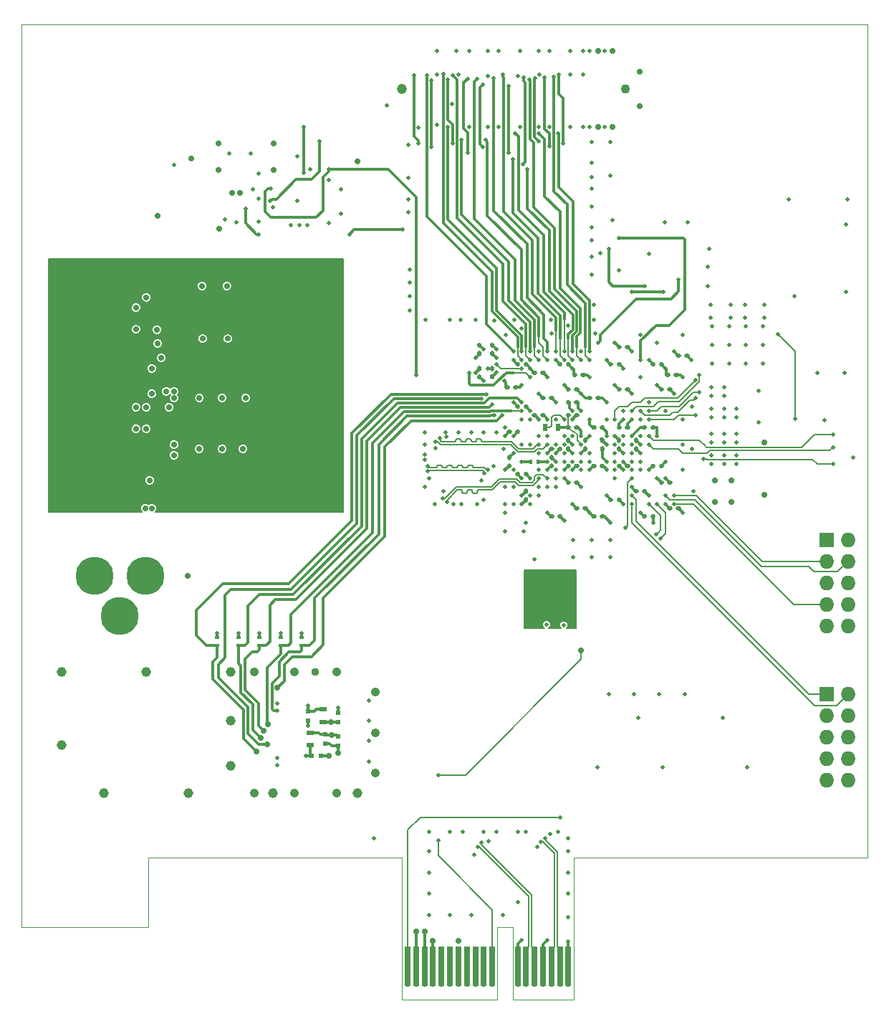
<source format=gbl>
G04 #@! TF.FileFunction,Copper,L4,Bot,Signal*
%FSLAX46Y46*%
G04 Gerber Fmt 4.6, Leading zero omitted, Abs format (unit mm)*
G04 Created by KiCad (PCBNEW 4.0.1-stable) date Saturday, December 26, 2015 'PMt' 06:59:42 PM*
%MOMM*%
G01*
G04 APERTURE LIST*
%ADD10C,0.100000*%
%ADD11C,0.050000*%
%ADD12R,1.727200X1.727200*%
%ADD13O,1.727200X1.727200*%
%ADD14R,0.300000X0.500000*%
%ADD15C,0.300000*%
%ADD16R,0.300000X0.200000*%
%ADD17C,4.500000*%
%ADD18R,0.700000X4.500000*%
%ADD19O,0.700000X0.500000*%
%ADD20C,0.950000*%
%ADD21C,1.050000*%
%ADD22C,1.150000*%
%ADD23R,0.600000X0.400000*%
%ADD24R,0.400000X0.600000*%
%ADD25C,1.097280*%
%ADD26C,1.198880*%
%ADD27R,0.900000X0.500000*%
%ADD28R,0.500000X0.900000*%
%ADD29R,0.600000X0.500000*%
%ADD30R,0.500000X0.600000*%
%ADD31R,0.500000X0.300000*%
%ADD32R,0.200000X0.300000*%
%ADD33C,0.500000*%
%ADD34C,0.700000*%
%ADD35C,0.200000*%
%ADD36C,0.350000*%
%ADD37C,0.300000*%
%ADD38C,0.150000*%
%ADD39C,0.160000*%
G04 APERTURE END LIST*
D10*
D11*
X107150000Y-138250000D02*
X141850000Y-138250000D01*
X107150000Y-155000000D02*
X107150000Y-138250000D01*
X99950000Y-155000000D02*
X107150000Y-155000000D01*
X99950000Y-146500000D02*
X99950000Y-155000000D01*
X98050000Y-146500000D02*
X99950000Y-146500000D01*
X98050000Y-155000000D02*
X98050000Y-146500000D01*
X86850000Y-155000000D02*
X98050000Y-155000000D01*
X86850000Y-138250000D02*
X86850000Y-155000000D01*
X56850000Y-138250000D02*
X86850000Y-138250000D01*
X56850000Y-146500000D02*
X56850000Y-138250000D01*
X41850000Y-146500000D02*
X56850000Y-146500000D01*
X41850000Y-39850000D02*
X41850000Y-146500000D01*
X141850000Y-39850000D02*
X41850000Y-39850000D01*
X141850000Y-138250000D02*
X141850000Y-39850000D01*
D12*
X137000000Y-100750000D03*
D13*
X139540000Y-100750000D03*
X137000000Y-103290000D03*
X139540000Y-103290000D03*
X137000000Y-105830000D03*
X139540000Y-105830000D03*
X137000000Y-108370000D03*
X139540000Y-108370000D03*
X137000000Y-110910000D03*
X139540000Y-110910000D03*
D12*
X137000000Y-119000000D03*
D13*
X139540000Y-119000000D03*
X137000000Y-121540000D03*
X139540000Y-121540000D03*
X137000000Y-124080000D03*
X139540000Y-124080000D03*
X137000000Y-126620000D03*
X139540000Y-126620000D03*
X137000000Y-129160000D03*
X139540000Y-129160000D03*
D14*
X104500000Y-90000000D03*
X105500000Y-90000000D03*
D15*
X104650000Y-90100000D03*
X104650000Y-89900000D03*
X104350000Y-89900000D03*
X104350000Y-90100000D03*
X105350000Y-90100000D03*
X105350000Y-89900000D03*
X105650000Y-89900000D03*
X105650000Y-90100000D03*
D16*
X105650000Y-90000000D03*
X105350000Y-90000000D03*
X104650000Y-90000000D03*
X104350000Y-90000000D03*
D17*
X56500000Y-105000000D03*
X50500000Y-105000000D03*
X53500000Y-109700000D03*
D18*
X97500000Y-151000000D03*
X102499100Y-151000000D03*
X100500000Y-151000000D03*
X101500000Y-151000000D03*
X96500000Y-151000000D03*
X95500000Y-151000000D03*
X94500000Y-151000000D03*
X93500000Y-151000000D03*
X92500000Y-151000000D03*
X91500000Y-151000000D03*
X90500000Y-151000000D03*
X89500000Y-151000000D03*
X88500000Y-151000000D03*
X87500000Y-151000000D03*
X103500000Y-151000000D03*
X104500000Y-151000000D03*
X105500000Y-151000000D03*
X106500000Y-151000000D03*
D19*
X106500000Y-153250000D03*
X105500000Y-153250000D03*
X104500000Y-153250000D03*
X103500000Y-153250000D03*
X102500000Y-153250000D03*
X101500000Y-153250000D03*
X100500000Y-153250000D03*
X97500000Y-153250000D03*
X96500000Y-153250000D03*
X95500000Y-153250000D03*
X94500000Y-153250000D03*
X93500000Y-153250000D03*
X92500000Y-153250000D03*
X91500000Y-153250000D03*
X90500000Y-153250000D03*
X89500000Y-153250000D03*
X88500000Y-153250000D03*
X87500000Y-153250000D03*
D20*
X76600000Y-116375000D03*
D21*
X79100000Y-116375000D03*
X74100000Y-116375000D03*
X69400000Y-116375000D03*
X69400000Y-130625000D03*
X79100000Y-130625000D03*
X74100000Y-130625000D03*
X83700000Y-118700000D03*
X83700000Y-123500000D03*
X83700000Y-128300000D03*
D22*
X71600000Y-130625000D03*
X81600000Y-130625000D03*
X66600000Y-116375000D03*
X66600000Y-122055000D03*
X66600000Y-127455000D03*
X56600000Y-116375000D03*
X46600000Y-116375000D03*
X61600000Y-130625000D03*
X51600000Y-130625000D03*
X46600000Y-124955000D03*
D23*
X75000000Y-112300000D03*
X75000000Y-113200000D03*
X65000000Y-112300000D03*
X65000000Y-113200000D03*
X67500000Y-112300000D03*
X67500000Y-113200000D03*
X70000000Y-112300000D03*
X70000000Y-113200000D03*
X72500000Y-112300000D03*
X72500000Y-113200000D03*
D24*
X102950000Y-91500000D03*
X102050000Y-91500000D03*
D25*
X113200380Y-47500000D03*
D26*
X86799620Y-47500000D03*
D27*
X77500000Y-120750000D03*
X77500000Y-122250000D03*
X76000000Y-125000000D03*
X76000000Y-123500000D03*
D28*
X103750000Y-87500000D03*
X105250000Y-87500000D03*
D29*
X76150000Y-126250000D03*
X77250000Y-126250000D03*
D30*
X79250000Y-122300000D03*
X79250000Y-121200000D03*
X77750000Y-123700000D03*
X77750000Y-124800000D03*
X79250000Y-123950000D03*
X79250000Y-125050000D03*
X75750000Y-120950000D03*
X75750000Y-122050000D03*
D14*
X106500000Y-86000000D03*
X107500000Y-86000000D03*
D15*
X106650000Y-86100000D03*
X106650000Y-85900000D03*
X106350000Y-85900000D03*
X106350000Y-86100000D03*
X107350000Y-86100000D03*
X107350000Y-85900000D03*
X107650000Y-85900000D03*
X107650000Y-86100000D03*
D16*
X107650000Y-86000000D03*
X107350000Y-86000000D03*
X106650000Y-86000000D03*
X106350000Y-86000000D03*
D14*
X100500000Y-88000000D03*
X99500000Y-88000000D03*
D15*
X100350000Y-87900000D03*
X100350000Y-88100000D03*
X100650000Y-88100000D03*
X100650000Y-87900000D03*
X99650000Y-87900000D03*
X99650000Y-88100000D03*
X99350000Y-88100000D03*
X99350000Y-87900000D03*
D16*
X99350000Y-88000000D03*
X99650000Y-88000000D03*
X100350000Y-88000000D03*
X100650000Y-88000000D03*
D14*
X119500000Y-79000000D03*
X120500000Y-79000000D03*
D15*
X119650000Y-79100000D03*
X119650000Y-78900000D03*
X119350000Y-78900000D03*
X119350000Y-79100000D03*
X120350000Y-79100000D03*
X120350000Y-78900000D03*
X120650000Y-78900000D03*
X120650000Y-79100000D03*
D16*
X120650000Y-79000000D03*
X120350000Y-79000000D03*
X119650000Y-79000000D03*
X119350000Y-79000000D03*
D14*
X117500000Y-94000000D03*
X118500000Y-94000000D03*
D15*
X117650000Y-94100000D03*
X117650000Y-93900000D03*
X117350000Y-93900000D03*
X117350000Y-94100000D03*
X118350000Y-94100000D03*
X118350000Y-93900000D03*
X118650000Y-93900000D03*
X118650000Y-94100000D03*
D16*
X118650000Y-94000000D03*
X118350000Y-94000000D03*
X117650000Y-94000000D03*
X117350000Y-94000000D03*
D31*
X110500000Y-90000000D03*
X110500000Y-89000000D03*
D15*
X110600000Y-89850000D03*
X110400000Y-89850000D03*
X110400000Y-90150000D03*
X110600000Y-90150000D03*
X110600000Y-89150000D03*
X110400000Y-89150000D03*
X110400000Y-88850000D03*
X110600000Y-88850000D03*
D32*
X110500000Y-88850000D03*
X110500000Y-89150000D03*
X110500000Y-89850000D03*
X110500000Y-90150000D03*
D14*
X109500000Y-87500000D03*
X110500000Y-87500000D03*
D15*
X109650000Y-87600000D03*
X109650000Y-87400000D03*
X109350000Y-87400000D03*
X109350000Y-87600000D03*
X110350000Y-87600000D03*
X110350000Y-87400000D03*
X110650000Y-87400000D03*
X110650000Y-87600000D03*
D16*
X110650000Y-87500000D03*
X110350000Y-87500000D03*
X109650000Y-87500000D03*
X109350000Y-87500000D03*
D14*
X106500000Y-87500000D03*
X107500000Y-87500000D03*
D15*
X106650000Y-87600000D03*
X106650000Y-87400000D03*
X106350000Y-87400000D03*
X106350000Y-87600000D03*
X107350000Y-87600000D03*
X107350000Y-87400000D03*
X107650000Y-87400000D03*
X107650000Y-87600000D03*
D16*
X107650000Y-87500000D03*
X107350000Y-87500000D03*
X106650000Y-87500000D03*
X106350000Y-87500000D03*
D31*
X99500000Y-91000000D03*
X99500000Y-92000000D03*
D15*
X99400000Y-91150000D03*
X99600000Y-91150000D03*
X99600000Y-90850000D03*
X99400000Y-90850000D03*
X99400000Y-91850000D03*
X99600000Y-91850000D03*
X99600000Y-92150000D03*
X99400000Y-92150000D03*
D32*
X99500000Y-92150000D03*
X99500000Y-91850000D03*
X99500000Y-91150000D03*
X99500000Y-90850000D03*
D14*
X110000000Y-84000000D03*
X109000000Y-84000000D03*
D15*
X109850000Y-83900000D03*
X109850000Y-84100000D03*
X110150000Y-84100000D03*
X110150000Y-83900000D03*
X109150000Y-83900000D03*
X109150000Y-84100000D03*
X108850000Y-84100000D03*
X108850000Y-83900000D03*
D16*
X108850000Y-84000000D03*
X109150000Y-84000000D03*
X109850000Y-84000000D03*
X110150000Y-84000000D03*
D14*
X110500000Y-98000000D03*
X109500000Y-98000000D03*
D15*
X110350000Y-97900000D03*
X110350000Y-98100000D03*
X110650000Y-98100000D03*
X110650000Y-97900000D03*
X109650000Y-97900000D03*
X109650000Y-98100000D03*
X109350000Y-98100000D03*
X109350000Y-97900000D03*
D16*
X109350000Y-98000000D03*
X109650000Y-98000000D03*
X110350000Y-98000000D03*
X110650000Y-98000000D03*
D14*
X103500000Y-86000000D03*
X102500000Y-86000000D03*
D15*
X103350000Y-85900000D03*
X103350000Y-86100000D03*
X103650000Y-86100000D03*
X103650000Y-85900000D03*
X102650000Y-85900000D03*
X102650000Y-86100000D03*
X102350000Y-86100000D03*
X102350000Y-85900000D03*
D16*
X102350000Y-86000000D03*
X102650000Y-86000000D03*
X103350000Y-86000000D03*
X103650000Y-86000000D03*
D31*
X101500000Y-95000000D03*
X101500000Y-96000000D03*
D15*
X101400000Y-95150000D03*
X101600000Y-95150000D03*
X101600000Y-94850000D03*
X101400000Y-94850000D03*
X101400000Y-95850000D03*
X101600000Y-95850000D03*
X101600000Y-96150000D03*
X101400000Y-96150000D03*
D32*
X101500000Y-96150000D03*
X101500000Y-95850000D03*
X101500000Y-95150000D03*
X101500000Y-94850000D03*
D14*
X100500000Y-85000000D03*
X101500000Y-85000000D03*
D15*
X100650000Y-85100000D03*
X100650000Y-84900000D03*
X100350000Y-84900000D03*
X100350000Y-85100000D03*
X101350000Y-85100000D03*
X101350000Y-84900000D03*
X101650000Y-84900000D03*
X101650000Y-85100000D03*
D16*
X101650000Y-85000000D03*
X101350000Y-85000000D03*
X100650000Y-85000000D03*
X100350000Y-85000000D03*
D14*
X118500000Y-97000000D03*
X119500000Y-97000000D03*
D15*
X118650000Y-97100000D03*
X118650000Y-96900000D03*
X118350000Y-96900000D03*
X118350000Y-97100000D03*
X119350000Y-97100000D03*
X119350000Y-96900000D03*
X119650000Y-96900000D03*
X119650000Y-97100000D03*
D16*
X119650000Y-97000000D03*
X119350000Y-97000000D03*
X118650000Y-97000000D03*
X118350000Y-97000000D03*
D14*
X104500000Y-98000000D03*
X105500000Y-98000000D03*
D15*
X104650000Y-98100000D03*
X104650000Y-97900000D03*
X104350000Y-97900000D03*
X104350000Y-98100000D03*
X105350000Y-98100000D03*
X105350000Y-97900000D03*
X105650000Y-97900000D03*
X105650000Y-98100000D03*
D16*
X105650000Y-98000000D03*
X105350000Y-98000000D03*
X104650000Y-98000000D03*
X104350000Y-98000000D03*
D14*
X107500000Y-97000000D03*
X108500000Y-97000000D03*
D15*
X107650000Y-97100000D03*
X107650000Y-96900000D03*
X107350000Y-96900000D03*
X107350000Y-97100000D03*
X108350000Y-97100000D03*
X108350000Y-96900000D03*
X108650000Y-96900000D03*
X108650000Y-97100000D03*
D16*
X108650000Y-97000000D03*
X108350000Y-97000000D03*
X107650000Y-97000000D03*
X107350000Y-97000000D03*
D14*
X114500000Y-95000000D03*
X115500000Y-95000000D03*
D15*
X114650000Y-95100000D03*
X114650000Y-94900000D03*
X114350000Y-94900000D03*
X114350000Y-95100000D03*
X115350000Y-95100000D03*
X115350000Y-94900000D03*
X115650000Y-94900000D03*
X115650000Y-95100000D03*
D16*
X115650000Y-95000000D03*
X115350000Y-95000000D03*
X114650000Y-95000000D03*
X114350000Y-95000000D03*
D14*
X112500000Y-87500000D03*
X113500000Y-87500000D03*
D15*
X112650000Y-87600000D03*
X112650000Y-87400000D03*
X112350000Y-87400000D03*
X112350000Y-87600000D03*
X113350000Y-87600000D03*
X113350000Y-87400000D03*
X113650000Y-87400000D03*
X113650000Y-87600000D03*
D16*
X113650000Y-87500000D03*
X113350000Y-87500000D03*
X112650000Y-87500000D03*
X112350000Y-87500000D03*
D14*
X106500000Y-83000000D03*
X107500000Y-83000000D03*
D15*
X106650000Y-83100000D03*
X106650000Y-82900000D03*
X106350000Y-82900000D03*
X106350000Y-83100000D03*
X107350000Y-83100000D03*
X107350000Y-82900000D03*
X107650000Y-82900000D03*
X107650000Y-83100000D03*
D16*
X107650000Y-83000000D03*
X107350000Y-83000000D03*
X106650000Y-83000000D03*
X106350000Y-83000000D03*
D14*
X101500000Y-80000000D03*
X100500000Y-80000000D03*
D15*
X101350000Y-79900000D03*
X101350000Y-80100000D03*
X101650000Y-80100000D03*
X101650000Y-79900000D03*
X100650000Y-79900000D03*
X100650000Y-80100000D03*
X100350000Y-80100000D03*
X100350000Y-79900000D03*
D16*
X100350000Y-80000000D03*
X100650000Y-80000000D03*
X101350000Y-80000000D03*
X101650000Y-80000000D03*
D14*
X112500000Y-80000000D03*
X111500000Y-80000000D03*
D15*
X112350000Y-79900000D03*
X112350000Y-80100000D03*
X112650000Y-80100000D03*
X112650000Y-79900000D03*
X111650000Y-79900000D03*
X111650000Y-80100000D03*
X111350000Y-80100000D03*
X111350000Y-79900000D03*
D16*
X111350000Y-80000000D03*
X111650000Y-80000000D03*
X112350000Y-80000000D03*
X112650000Y-80000000D03*
D31*
X114500000Y-89000000D03*
X114500000Y-90000000D03*
D15*
X114400000Y-89150000D03*
X114600000Y-89150000D03*
X114600000Y-88850000D03*
X114400000Y-88850000D03*
X114400000Y-89850000D03*
X114600000Y-89850000D03*
X114600000Y-90150000D03*
X114400000Y-90150000D03*
D32*
X114500000Y-90150000D03*
X114500000Y-89850000D03*
X114500000Y-89150000D03*
X114500000Y-88850000D03*
D14*
X103500000Y-84000000D03*
X104500000Y-84000000D03*
D15*
X103650000Y-84100000D03*
X103650000Y-83900000D03*
X103350000Y-83900000D03*
X103350000Y-84100000D03*
X104350000Y-84100000D03*
X104350000Y-83900000D03*
X104650000Y-83900000D03*
X104650000Y-84100000D03*
D16*
X104650000Y-84000000D03*
X104350000Y-84000000D03*
X103650000Y-84000000D03*
X103350000Y-84000000D03*
D14*
X112500000Y-78000000D03*
X113500000Y-78000000D03*
D15*
X112650000Y-78100000D03*
X112650000Y-77900000D03*
X112350000Y-77900000D03*
X112350000Y-78100000D03*
X113350000Y-78100000D03*
X113350000Y-77900000D03*
X113650000Y-77900000D03*
X113650000Y-78100000D03*
D16*
X113650000Y-78000000D03*
X113350000Y-78000000D03*
X112650000Y-78000000D03*
X112350000Y-78000000D03*
D14*
X113500000Y-83000000D03*
X112500000Y-83000000D03*
D15*
X113350000Y-82900000D03*
X113350000Y-83100000D03*
X113650000Y-83100000D03*
X113650000Y-82900000D03*
X112650000Y-82900000D03*
X112650000Y-83100000D03*
X112350000Y-83100000D03*
X112350000Y-82900000D03*
D16*
X112350000Y-83000000D03*
X112650000Y-83000000D03*
X113350000Y-83000000D03*
X113650000Y-83000000D03*
D14*
X101500000Y-93000000D03*
X100500000Y-93000000D03*
D15*
X101350000Y-92900000D03*
X101350000Y-93100000D03*
X101650000Y-93100000D03*
X101650000Y-92900000D03*
X100650000Y-92900000D03*
X100650000Y-93100000D03*
X100350000Y-93100000D03*
X100350000Y-92900000D03*
D16*
X100350000Y-93000000D03*
X100650000Y-93000000D03*
X101350000Y-93000000D03*
X101650000Y-93000000D03*
D14*
X107500000Y-92000000D03*
X106500000Y-92000000D03*
D15*
X107350000Y-91900000D03*
X107350000Y-92100000D03*
X107650000Y-92100000D03*
X107650000Y-91900000D03*
X106650000Y-91900000D03*
X106650000Y-92100000D03*
X106350000Y-92100000D03*
X106350000Y-91900000D03*
D16*
X106350000Y-92000000D03*
X106650000Y-92000000D03*
X107350000Y-92000000D03*
X107650000Y-92000000D03*
D14*
X115500000Y-87500000D03*
X116500000Y-87500000D03*
D15*
X115650000Y-87600000D03*
X115650000Y-87400000D03*
X115350000Y-87400000D03*
X115350000Y-87600000D03*
X116350000Y-87600000D03*
X116350000Y-87400000D03*
X116650000Y-87400000D03*
X116650000Y-87600000D03*
D16*
X116650000Y-87500000D03*
X116350000Y-87500000D03*
X115650000Y-87500000D03*
X115350000Y-87500000D03*
D31*
X112500000Y-89000000D03*
X112500000Y-90000000D03*
D15*
X112400000Y-89150000D03*
X112600000Y-89150000D03*
X112600000Y-88850000D03*
X112400000Y-88850000D03*
X112400000Y-89850000D03*
X112600000Y-89850000D03*
X112600000Y-90150000D03*
X112400000Y-90150000D03*
D32*
X112500000Y-90150000D03*
X112500000Y-89850000D03*
X112500000Y-89150000D03*
X112500000Y-88850000D03*
D31*
X104500000Y-92000000D03*
X104500000Y-91000000D03*
D15*
X104600000Y-91850000D03*
X104400000Y-91850000D03*
X104400000Y-92150000D03*
X104600000Y-92150000D03*
X104600000Y-91150000D03*
X104400000Y-91150000D03*
X104400000Y-90850000D03*
X104600000Y-90850000D03*
D32*
X104500000Y-90850000D03*
X104500000Y-91150000D03*
X104500000Y-91850000D03*
X104500000Y-92150000D03*
D31*
X106500000Y-90000000D03*
X106500000Y-89000000D03*
D15*
X106600000Y-89850000D03*
X106400000Y-89850000D03*
X106400000Y-90150000D03*
X106600000Y-90150000D03*
X106600000Y-89150000D03*
X106400000Y-89150000D03*
X106400000Y-88850000D03*
X106600000Y-88850000D03*
D32*
X106500000Y-88850000D03*
X106500000Y-89150000D03*
X106500000Y-89850000D03*
X106500000Y-90150000D03*
D14*
X102500000Y-81000000D03*
X103500000Y-81000000D03*
D15*
X102650000Y-81100000D03*
X102650000Y-80900000D03*
X102350000Y-80900000D03*
X102350000Y-81100000D03*
X103350000Y-81100000D03*
X103350000Y-80900000D03*
X103650000Y-80900000D03*
X103650000Y-81100000D03*
D16*
X103650000Y-81000000D03*
X103350000Y-81000000D03*
X102650000Y-81000000D03*
X102350000Y-81000000D03*
D14*
X115500000Y-98000000D03*
X116500000Y-98000000D03*
D15*
X115650000Y-98100000D03*
X115650000Y-97900000D03*
X115350000Y-97900000D03*
X115350000Y-98100000D03*
X116350000Y-98100000D03*
X116350000Y-97900000D03*
X116650000Y-97900000D03*
X116650000Y-98100000D03*
D16*
X116650000Y-98000000D03*
X116350000Y-98000000D03*
X115650000Y-98000000D03*
X115350000Y-98000000D03*
D14*
X113500000Y-92000000D03*
X112500000Y-92000000D03*
D15*
X113350000Y-91900000D03*
X113350000Y-92100000D03*
X113650000Y-92100000D03*
X113650000Y-91900000D03*
X112650000Y-91900000D03*
X112650000Y-92100000D03*
X112350000Y-92100000D03*
X112350000Y-91900000D03*
D16*
X112350000Y-92000000D03*
X112650000Y-92000000D03*
X113350000Y-92000000D03*
X113650000Y-92000000D03*
D14*
X106500000Y-84500000D03*
X107500000Y-84500000D03*
D15*
X106650000Y-84600000D03*
X106650000Y-84400000D03*
X106350000Y-84400000D03*
X106350000Y-84600000D03*
X107350000Y-84600000D03*
X107350000Y-84400000D03*
X107650000Y-84400000D03*
X107650000Y-84600000D03*
D16*
X107650000Y-84500000D03*
X107350000Y-84500000D03*
X106650000Y-84500000D03*
X106350000Y-84500000D03*
D14*
X117500000Y-83000000D03*
X118500000Y-83000000D03*
D15*
X117650000Y-83100000D03*
X117650000Y-82900000D03*
X117350000Y-82900000D03*
X117350000Y-83100000D03*
X118350000Y-83100000D03*
X118350000Y-82900000D03*
X118650000Y-82900000D03*
X118650000Y-83100000D03*
D16*
X118650000Y-83000000D03*
X118350000Y-83000000D03*
X117650000Y-83000000D03*
X117350000Y-83000000D03*
D14*
X109500000Y-92000000D03*
X110500000Y-92000000D03*
D15*
X109650000Y-92100000D03*
X109650000Y-91900000D03*
X109350000Y-91900000D03*
X109350000Y-92100000D03*
X110350000Y-92100000D03*
X110350000Y-91900000D03*
X110650000Y-91900000D03*
X110650000Y-92100000D03*
D16*
X110650000Y-92000000D03*
X110350000Y-92000000D03*
X109650000Y-92000000D03*
X109350000Y-92000000D03*
D14*
X105500000Y-80000000D03*
X106500000Y-80000000D03*
D15*
X105650000Y-80100000D03*
X105650000Y-79900000D03*
X105350000Y-79900000D03*
X105350000Y-80100000D03*
X106350000Y-80100000D03*
X106350000Y-79900000D03*
X106650000Y-79900000D03*
X106650000Y-80100000D03*
D16*
X106650000Y-80000000D03*
X106350000Y-80000000D03*
X105650000Y-80000000D03*
X105350000Y-80000000D03*
D14*
X116500000Y-92000000D03*
X117500000Y-92000000D03*
D15*
X116650000Y-92100000D03*
X116650000Y-91900000D03*
X116350000Y-91900000D03*
X116350000Y-92100000D03*
X117350000Y-92100000D03*
X117350000Y-91900000D03*
X117650000Y-91900000D03*
X117650000Y-92100000D03*
D16*
X117650000Y-92000000D03*
X117350000Y-92000000D03*
X116650000Y-92000000D03*
X116350000Y-92000000D03*
D31*
X97500000Y-80500000D03*
X97500000Y-81500000D03*
D15*
X97400000Y-80650000D03*
X97600000Y-80650000D03*
X97600000Y-80350000D03*
X97400000Y-80350000D03*
X97400000Y-81350000D03*
X97600000Y-81350000D03*
X97600000Y-81650000D03*
X97400000Y-81650000D03*
D32*
X97500000Y-81650000D03*
X97500000Y-81350000D03*
X97500000Y-80650000D03*
X97500000Y-80350000D03*
D31*
X108500000Y-89000000D03*
X108500000Y-90000000D03*
D15*
X108400000Y-89150000D03*
X108600000Y-89150000D03*
X108600000Y-88850000D03*
X108400000Y-88850000D03*
X108400000Y-89850000D03*
X108600000Y-89850000D03*
X108600000Y-90150000D03*
X108400000Y-90150000D03*
D32*
X108500000Y-90150000D03*
X108500000Y-89850000D03*
X108500000Y-89150000D03*
X108500000Y-88850000D03*
D14*
X116500000Y-80000000D03*
X117500000Y-80000000D03*
D15*
X116650000Y-80100000D03*
X116650000Y-79900000D03*
X116350000Y-79900000D03*
X116350000Y-80100000D03*
X117350000Y-80100000D03*
X117350000Y-79900000D03*
X117650000Y-79900000D03*
X117650000Y-80100000D03*
D16*
X117650000Y-80000000D03*
X117350000Y-80000000D03*
X116650000Y-80000000D03*
X116350000Y-80000000D03*
D14*
X108250000Y-81250000D03*
X107250000Y-81250000D03*
D15*
X108100000Y-81150000D03*
X108100000Y-81350000D03*
X108400000Y-81350000D03*
X108400000Y-81150000D03*
X107400000Y-81150000D03*
X107400000Y-81350000D03*
X107100000Y-81350000D03*
X107100000Y-81150000D03*
D16*
X107100000Y-81250000D03*
X107400000Y-81250000D03*
X108100000Y-81250000D03*
X108400000Y-81250000D03*
D31*
X96000000Y-77750000D03*
X96000000Y-78750000D03*
D15*
X95900000Y-77900000D03*
X96100000Y-77900000D03*
X96100000Y-77600000D03*
X95900000Y-77600000D03*
X95900000Y-78600000D03*
X96100000Y-78600000D03*
X96100000Y-78900000D03*
X95900000Y-78900000D03*
D32*
X96000000Y-78900000D03*
X96000000Y-78600000D03*
X96000000Y-77900000D03*
X96000000Y-77600000D03*
D14*
X106500000Y-94000000D03*
X107500000Y-94000000D03*
D15*
X106650000Y-94100000D03*
X106650000Y-93900000D03*
X106350000Y-93900000D03*
X106350000Y-94100000D03*
X107350000Y-94100000D03*
X107350000Y-93900000D03*
X107650000Y-93900000D03*
X107650000Y-94100000D03*
D16*
X107650000Y-94000000D03*
X107350000Y-94000000D03*
X106650000Y-94000000D03*
X106350000Y-94000000D03*
D14*
X99250000Y-82750000D03*
X100250000Y-82750000D03*
D15*
X99400000Y-82850000D03*
X99400000Y-82650000D03*
X99100000Y-82650000D03*
X99100000Y-82850000D03*
X100100000Y-82850000D03*
X100100000Y-82650000D03*
X100400000Y-82650000D03*
X100400000Y-82850000D03*
D16*
X100400000Y-82750000D03*
X100100000Y-82750000D03*
X99400000Y-82750000D03*
X99100000Y-82750000D03*
D31*
X96000000Y-80500000D03*
X96000000Y-81500000D03*
D15*
X95900000Y-80650000D03*
X96100000Y-80650000D03*
X96100000Y-80350000D03*
X95900000Y-80350000D03*
X95900000Y-81350000D03*
X96100000Y-81350000D03*
X96100000Y-81650000D03*
X95900000Y-81650000D03*
D32*
X96000000Y-81650000D03*
X96000000Y-81350000D03*
X96000000Y-80650000D03*
X96000000Y-80350000D03*
D14*
X111500000Y-96000000D03*
X112500000Y-96000000D03*
D15*
X111650000Y-96100000D03*
X111650000Y-95900000D03*
X111350000Y-95900000D03*
X111350000Y-96100000D03*
X112350000Y-96100000D03*
X112350000Y-95900000D03*
X112650000Y-95900000D03*
X112650000Y-96100000D03*
D16*
X112650000Y-96000000D03*
X112350000Y-96000000D03*
X111650000Y-96000000D03*
X111350000Y-96000000D03*
D31*
X97500000Y-77750000D03*
X97500000Y-78750000D03*
D15*
X97400000Y-77900000D03*
X97600000Y-77900000D03*
X97600000Y-77600000D03*
X97400000Y-77600000D03*
X97400000Y-78600000D03*
X97600000Y-78600000D03*
X97600000Y-78900000D03*
X97400000Y-78900000D03*
D32*
X97500000Y-78900000D03*
X97500000Y-78600000D03*
X97500000Y-77900000D03*
X97500000Y-77600000D03*
D14*
X119250000Y-81250000D03*
X118250000Y-81250000D03*
D15*
X119100000Y-81150000D03*
X119100000Y-81350000D03*
X119400000Y-81350000D03*
X119400000Y-81150000D03*
X118400000Y-81150000D03*
X118400000Y-81350000D03*
X118100000Y-81350000D03*
X118100000Y-81150000D03*
D16*
X118100000Y-81250000D03*
X118400000Y-81250000D03*
X119100000Y-81250000D03*
X119400000Y-81250000D03*
D33*
X91677262Y-95827262D03*
X104000000Y-93500000D03*
X92122738Y-96272738D03*
X103000000Y-93500000D03*
X106500000Y-148200000D03*
X96250000Y-93700000D03*
X97650000Y-92000000D03*
X92050000Y-88600000D03*
X90800000Y-89950000D03*
X89550000Y-91250000D03*
X91750000Y-95000000D03*
X96500000Y-96000000D03*
X95750000Y-96500000D03*
X93850000Y-96500000D03*
X92950000Y-96500000D03*
X90750000Y-96500000D03*
X89500000Y-94500000D03*
X90000000Y-93500000D03*
X104350000Y-135450000D03*
X102800000Y-137000000D03*
X101500000Y-135250000D03*
X100500000Y-135250000D03*
X98000000Y-135250000D03*
X95400000Y-137950000D03*
X97050000Y-136300000D03*
X96500000Y-135250000D03*
X94000000Y-135250000D03*
X100500000Y-143500000D03*
X83500000Y-136000000D03*
D34*
X93500000Y-148100000D03*
X90500000Y-148100000D03*
D33*
X98750000Y-145000000D03*
X95000000Y-145000000D03*
X92500000Y-145000000D03*
X90000000Y-145000000D03*
X90000000Y-142500000D03*
X90000000Y-140000000D03*
X90000000Y-137500000D03*
X90000000Y-135250000D03*
X92500000Y-135250000D03*
X105250000Y-135250000D03*
X106500000Y-136000000D03*
X106500000Y-137500000D03*
X106500000Y-140000000D03*
X106500000Y-142500000D03*
X106500000Y-145250000D03*
X101000000Y-148000000D03*
X104000000Y-148000000D03*
X85050000Y-49450000D03*
D34*
X114950000Y-49500000D03*
X114950000Y-45500000D03*
D33*
X98000000Y-88050000D03*
X96500000Y-88050000D03*
X95000000Y-88050000D03*
X93500000Y-88050000D03*
X92000000Y-88050000D03*
X89550000Y-88050000D03*
X89550000Y-89500000D03*
X89550000Y-90700000D03*
X109250000Y-53800000D03*
X109250000Y-56250000D03*
X109250000Y-57900000D03*
X109250000Y-59300000D03*
X109250000Y-61400000D03*
X109250000Y-63850000D03*
X109250000Y-65400000D03*
X109250000Y-67300000D03*
X109250000Y-69450000D03*
X109550000Y-73000000D03*
X109550000Y-74750000D03*
X104400000Y-74750000D03*
X100100000Y-74750000D03*
X87550000Y-54100000D03*
X87550000Y-58000000D03*
X87550000Y-60550000D03*
X87550000Y-62050000D03*
X87750000Y-68800000D03*
X87750000Y-70350000D03*
X87750000Y-72000000D03*
X87750000Y-73650000D03*
X89600000Y-74750000D03*
X92500000Y-74750000D03*
X93800000Y-74750000D03*
X95550000Y-74750000D03*
X97740555Y-74809445D03*
X101000000Y-89500000D03*
X92776010Y-49250000D03*
X102000000Y-106950000D03*
X105000000Y-110300000D03*
X105000000Y-108750000D03*
X105000000Y-106875000D03*
X74425000Y-60750000D03*
D34*
X54100000Y-87650000D03*
X56650000Y-86400000D03*
X57900000Y-86350000D03*
X68050000Y-88000000D03*
X65600000Y-88000000D03*
X68350000Y-86000000D03*
X65600000Y-86000000D03*
X62850000Y-86000000D03*
D33*
X50750000Y-87250000D03*
D34*
X55950000Y-92500000D03*
D33*
X127600000Y-127600000D03*
X109900000Y-127600000D03*
X117600000Y-127600000D03*
X111250000Y-119000000D03*
X114250000Y-119000000D03*
X117250000Y-119000000D03*
X120250000Y-119000000D03*
X118000000Y-93500000D03*
X106476010Y-75400527D03*
X103000000Y-78500000D03*
X123000000Y-70750000D03*
X129650000Y-73000000D03*
X125650000Y-73000000D03*
X98014371Y-80973998D03*
X96500000Y-81982989D03*
X95500000Y-79250000D03*
X98000000Y-79250000D03*
X108000000Y-85500000D03*
X93500000Y-45800000D03*
X91000000Y-45800000D03*
X97000000Y-46000000D03*
X100500000Y-46000000D03*
X103050000Y-45800000D03*
X108250000Y-45800000D03*
X106750000Y-45800000D03*
X136800000Y-86600000D03*
X139500000Y-60500000D03*
X53100000Y-80300000D03*
X50750000Y-80750000D03*
X55250000Y-80250000D03*
X111500000Y-57750000D03*
X129650000Y-74500000D03*
X129500000Y-75550000D03*
X129500000Y-79950000D03*
X129500000Y-77750000D03*
X129500000Y-77750000D03*
X125500000Y-79950000D03*
X125500000Y-77750000D03*
X125500000Y-75550000D03*
X125650000Y-74500000D03*
X111450000Y-102750000D03*
X109250000Y-102750000D03*
X107050000Y-102750000D03*
X106000000Y-98500000D03*
X120000000Y-97500000D03*
X135925000Y-81025000D03*
X99000000Y-87500000D03*
D34*
X125800000Y-96250000D03*
X125800000Y-93750000D03*
X129650000Y-95400000D03*
D33*
X123400000Y-91750000D03*
X126400000Y-91750000D03*
X124900000Y-91750000D03*
X126400000Y-89250000D03*
X124900000Y-89250000D03*
X123400000Y-89250000D03*
X129000000Y-83150000D03*
X123400000Y-82750000D03*
X124900000Y-82750000D03*
X126400000Y-85250000D03*
X124900000Y-85250000D03*
X123400000Y-85250000D03*
D34*
X52250000Y-96250000D03*
D33*
X99000000Y-88500000D03*
X72050000Y-127300000D03*
X72050000Y-126500000D03*
X82950000Y-126900000D03*
X82950000Y-124500000D03*
X82950000Y-119700000D03*
X82950000Y-122100000D03*
X79250000Y-120550000D03*
X75750000Y-122700000D03*
X72050000Y-120100000D03*
X116500000Y-98750000D03*
X109000000Y-97500000D03*
X121000000Y-79500000D03*
X99000000Y-97500000D03*
X99000000Y-96500000D03*
X139350000Y-71475000D03*
X139350000Y-63500000D03*
X120575000Y-63250000D03*
D34*
X66775000Y-59750000D03*
D33*
X114000000Y-86500000D03*
X111000000Y-89500000D03*
X111000000Y-88500000D03*
X109000000Y-90500000D03*
X108000000Y-92500000D03*
X108000000Y-88500000D03*
X106000000Y-88500000D03*
X120000000Y-76500000D03*
X117000000Y-77500000D03*
X120000000Y-86500000D03*
X109000000Y-91500000D03*
X116000000Y-67000000D03*
X112500000Y-68900000D03*
X115000000Y-81500000D03*
X119000000Y-83500000D03*
X116000000Y-84500000D03*
X114000000Y-78500000D03*
X118000000Y-80500000D03*
X121100000Y-90000000D03*
X117000000Y-88500000D03*
X111000000Y-79500000D03*
X112000000Y-82500000D03*
X113000000Y-85500000D03*
X116000000Y-95500000D03*
X113000000Y-96500000D03*
X118000000Y-91500000D03*
X115000000Y-88500000D03*
X113000000Y-88500000D03*
X114000000Y-89500000D03*
X112000000Y-89500000D03*
X113000000Y-92500000D03*
X115000000Y-90500000D03*
X112000000Y-93500000D03*
X111000000Y-92500000D03*
X114000000Y-91500000D03*
X113000000Y-90500000D03*
X112000000Y-90500000D03*
X112000000Y-91500000D03*
X108000000Y-94500000D03*
X103000000Y-88500000D03*
X104000000Y-88500000D03*
X108000000Y-83500000D03*
X107000000Y-86500000D03*
X105000000Y-86500000D03*
X103000000Y-86500000D03*
X102000000Y-86500000D03*
X101000000Y-86500000D03*
X105000000Y-84500000D03*
X102000000Y-85500000D03*
X107000000Y-80500000D03*
X104000000Y-81500000D03*
D34*
X62700000Y-88000000D03*
X63275000Y-75000000D03*
X63225000Y-72750000D03*
X66150000Y-74975000D03*
X66125000Y-72725000D03*
X58225000Y-69250000D03*
X60500000Y-72725000D03*
X50750000Y-75775000D03*
X50750000Y-73225000D03*
X52575000Y-72725000D03*
X52575000Y-75275000D03*
X52575000Y-74000000D03*
X58450000Y-82000000D03*
X60300000Y-86000000D03*
X53000000Y-82000000D03*
X52575000Y-85725000D03*
X59150000Y-73375000D03*
X60550000Y-75000000D03*
X57900000Y-73350000D03*
X52575000Y-88275000D03*
X52575000Y-87000000D03*
X50950000Y-92225000D03*
X50950000Y-94000000D03*
X57900000Y-87625000D03*
X60300000Y-88000000D03*
X59175000Y-87625000D03*
D33*
X100000000Y-79500000D03*
X101000000Y-82500000D03*
D34*
X65225000Y-64000000D03*
X67675000Y-59750000D03*
X57925000Y-62500000D03*
D33*
X68950000Y-55150000D03*
X66450000Y-55150000D03*
X59900000Y-56475000D03*
X78200000Y-58250000D03*
X78200000Y-63350000D03*
X73675000Y-63600000D03*
X71573733Y-61474646D03*
X74701010Y-63598853D03*
X75675000Y-63600000D03*
X75975000Y-57000000D03*
X69925000Y-57475000D03*
X69925000Y-60475000D03*
X108000000Y-90500000D03*
X106000000Y-90500000D03*
X105000000Y-90500000D03*
X107000000Y-89500000D03*
X105000000Y-89500000D03*
X107000000Y-91500000D03*
X99000000Y-92500000D03*
X99000000Y-94500000D03*
X105000000Y-91500000D03*
X103000000Y-90500000D03*
X101000000Y-93500000D03*
X103000000Y-92500000D03*
X106000000Y-92500000D03*
X105000000Y-92500000D03*
X105000000Y-93500000D03*
X105000000Y-94500000D03*
X104000000Y-94500000D03*
X103000000Y-94500000D03*
X103000000Y-95500000D03*
X102000000Y-95500000D03*
X102000000Y-96500000D03*
X101000000Y-96500000D03*
X100000000Y-96500000D03*
X98875000Y-90000000D03*
X109650000Y-76375000D03*
X104275000Y-43000000D03*
X94750000Y-52000000D03*
X110750000Y-52000000D03*
X109000000Y-52000000D03*
X108250000Y-52000000D03*
X106750000Y-52000000D03*
X104250000Y-52000000D03*
X103000000Y-52000000D03*
X100750000Y-52000000D03*
X98250000Y-52000000D03*
X97000000Y-52000000D03*
X110750000Y-42975000D03*
X109000000Y-42975000D03*
X108250000Y-43025000D03*
X106750000Y-43025000D03*
X103000000Y-43000000D03*
X100750000Y-42975000D03*
X98250000Y-42975000D03*
X97000000Y-42975000D03*
X94750000Y-42975000D03*
X93250000Y-42975000D03*
X91000000Y-42975000D03*
X91000000Y-51775000D03*
X88776010Y-52100000D03*
X99100000Y-76500000D03*
D34*
X78150000Y-126250000D03*
X79250000Y-125900000D03*
D33*
X115000000Y-92500000D03*
D34*
X56500000Y-97000000D03*
X57250000Y-97000000D03*
X56625000Y-72100000D03*
X57250000Y-80500000D03*
X56625000Y-85100000D03*
X57250000Y-83500000D03*
X55375000Y-85100000D03*
X55375000Y-73350000D03*
X58375000Y-79250000D03*
X57880490Y-75925000D03*
X57950000Y-77550000D03*
X55375000Y-75900000D03*
X56625000Y-87625000D03*
X55375000Y-87650000D03*
X57000000Y-93700000D03*
X68350000Y-84000000D03*
X65600000Y-84000000D03*
X62900000Y-84000000D03*
D33*
X123400000Y-88250000D03*
D34*
X123800000Y-96250000D03*
X123850000Y-93750000D03*
X129650000Y-89200000D03*
D33*
X123400000Y-90750000D03*
X126400000Y-90750000D03*
X124900000Y-90750000D03*
X126400000Y-88250000D03*
X124900000Y-88250000D03*
X102500000Y-103000000D03*
X107000000Y-88500000D03*
X109000000Y-92500000D03*
X109000000Y-88500000D03*
X112000000Y-88500000D03*
X115000000Y-89500000D03*
X113000000Y-89500000D03*
X114000000Y-92500000D03*
X115000000Y-91500000D03*
X112000000Y-92500000D03*
X111000000Y-91500000D03*
X113000000Y-91500000D03*
X114000000Y-90500000D03*
D34*
X59900000Y-83225000D03*
X59275000Y-85075000D03*
X58975000Y-83200000D03*
X59900000Y-84000000D03*
D33*
X108000000Y-91500000D03*
X107000000Y-90500000D03*
X106000000Y-89500000D03*
X107000000Y-92500000D03*
X106000000Y-91500000D03*
X105950000Y-110800000D03*
X103900000Y-110750000D03*
D34*
X68050000Y-90000000D03*
X65600000Y-90000000D03*
X62850000Y-90000000D03*
D33*
X123400000Y-86250000D03*
X124900000Y-83750000D03*
X123400000Y-83750000D03*
X124900000Y-86250000D03*
X126400000Y-86250000D03*
X129000000Y-86850000D03*
X109000000Y-86500000D03*
X113000000Y-86500000D03*
X111000000Y-86500000D03*
X114000000Y-88500000D03*
X106000000Y-86500000D03*
D34*
X59875000Y-89525000D03*
X59875000Y-90750000D03*
D33*
X120000000Y-92500000D03*
X114800000Y-121750000D03*
X124750000Y-121750000D03*
D34*
X71675000Y-53925000D03*
X66250000Y-77000000D03*
X110000000Y-43000000D03*
X110000000Y-52000000D03*
D33*
X121100000Y-85000000D03*
X100973990Y-75750000D03*
X104500000Y-76400000D03*
X108000000Y-78500000D03*
X105000000Y-79500000D03*
X123000000Y-68500000D03*
X127350000Y-73000000D03*
X123350000Y-73000000D03*
X96950000Y-80500000D03*
X95500000Y-81000000D03*
X96500000Y-78250000D03*
X98000000Y-78250000D03*
X140200000Y-91000000D03*
X132500000Y-60500000D03*
X133250000Y-72000000D03*
X111500000Y-53750000D03*
X127350000Y-74500000D03*
X127500000Y-75550000D03*
X127500000Y-77750000D03*
X127500000Y-79950000D03*
X123350000Y-74500000D03*
X123500000Y-75550000D03*
X123500000Y-77750000D03*
X123500000Y-79950000D03*
X107050000Y-100750000D03*
X109250000Y-100750000D03*
X111500000Y-100750000D03*
X116000000Y-92500000D03*
X101500000Y-98750000D03*
X75000000Y-111750000D03*
X72500000Y-111750000D03*
X70000000Y-111750000D03*
X67500000Y-111750000D03*
X65000000Y-111750000D03*
X75750000Y-120300000D03*
X75500000Y-126250000D03*
X121250000Y-95000000D03*
X115000000Y-97500000D03*
X118000000Y-96500000D03*
X120000000Y-89500000D03*
X111000000Y-84500000D03*
X110250000Y-66875000D03*
X139150000Y-81025000D03*
X111750000Y-63000000D03*
X123125000Y-66375000D03*
X117925000Y-63250000D03*
X109000000Y-81500000D03*
D34*
X81550000Y-56050000D03*
X65175000Y-53925000D03*
D33*
X119000000Y-78500000D03*
X115000000Y-86500000D03*
X115000000Y-76500000D03*
X118000000Y-85500000D03*
X114000000Y-83500000D03*
X116000000Y-79500000D03*
X120000000Y-81500000D03*
X117000000Y-82500000D03*
X112000000Y-77500000D03*
X113000000Y-80500000D03*
X114000000Y-94500000D03*
X117000000Y-93500000D03*
X107000000Y-85500000D03*
X104000000Y-86500000D03*
X106000000Y-82500000D03*
X100000000Y-84500000D03*
X98925000Y-82000000D03*
X103000000Y-83500000D03*
X102000000Y-80500000D03*
X104000000Y-97500000D03*
X106000000Y-93500000D03*
X111500000Y-98750000D03*
X111000000Y-95500000D03*
X107000000Y-96500000D03*
D34*
X63250000Y-77000000D03*
X63225000Y-70750000D03*
X66125000Y-70750000D03*
X111750000Y-43000000D03*
X111750000Y-52000000D03*
D33*
X108000000Y-89500000D03*
X99000000Y-99750000D03*
X100000000Y-88500000D03*
X101000000Y-91500000D03*
X100000000Y-92500000D03*
X100000000Y-90500000D03*
X100000000Y-94500000D03*
X101000000Y-95500000D03*
X104000000Y-90500000D03*
X104000000Y-92500000D03*
X101250000Y-99750000D03*
X102000000Y-89500000D03*
X102000000Y-93500000D03*
X74500000Y-55500000D03*
D34*
X71675000Y-57100000D03*
D33*
X79650000Y-59350000D03*
X79650000Y-62250000D03*
X69925000Y-63125000D03*
X69175000Y-59350000D03*
D34*
X65175000Y-57075000D03*
X61900000Y-55750000D03*
D33*
X65875000Y-62875000D03*
X67225000Y-63250000D03*
D34*
X78500000Y-123800000D03*
X78475000Y-122300000D03*
D33*
X133300000Y-86450000D03*
X131300000Y-76450000D03*
X105500000Y-133500000D03*
X77125000Y-53675000D03*
X71250000Y-60750000D03*
X101002011Y-78500000D03*
X92276090Y-51950000D03*
X102000000Y-78500000D03*
X93854111Y-53525000D03*
X104000000Y-79500000D03*
X96725000Y-53525000D03*
X99975000Y-55825000D03*
X106000000Y-79500000D03*
X100225000Y-52725000D03*
X106000000Y-78500000D03*
X101675000Y-56950000D03*
X107000000Y-79500000D03*
X103025000Y-52725000D03*
X108000000Y-79500000D03*
X109000000Y-78500000D03*
X105302011Y-52750000D03*
X105375000Y-45825000D03*
X105901010Y-53975000D03*
X109000000Y-79500000D03*
X104775000Y-46075000D03*
X103700000Y-46175000D03*
X104226010Y-54275000D03*
X102550000Y-46200000D03*
X103000000Y-53700000D03*
X107000000Y-78500000D03*
X101875000Y-46425000D03*
X101250000Y-46150000D03*
X101126010Y-56400000D03*
X99400000Y-47125000D03*
X99400000Y-55025000D03*
X98750000Y-45825000D03*
X105000000Y-78500000D03*
X97650000Y-46200000D03*
X104000000Y-78500000D03*
X96350000Y-47025000D03*
X96350000Y-54350000D03*
X103000000Y-79500000D03*
X95709815Y-46355453D03*
X94575000Y-46325000D03*
X94625000Y-55025000D03*
X75250000Y-52000000D03*
X75250000Y-57425000D03*
X102000000Y-79500000D03*
X92802020Y-45850000D03*
X92276010Y-46375000D03*
X92802100Y-53950000D03*
X101000000Y-79500000D03*
X91750000Y-45750000D03*
X90276010Y-54325000D03*
X90276010Y-46525000D03*
X100000000Y-78500000D03*
X89750000Y-45850000D03*
X88775970Y-53950000D03*
X88250000Y-45875000D03*
X121500000Y-84000000D03*
X115000000Y-85500000D03*
X122000000Y-81300000D03*
X114000000Y-85500000D03*
X122000000Y-83350000D03*
X116000000Y-85500000D03*
X96800000Y-83526010D03*
D34*
X69600000Y-125700000D03*
D33*
X96577262Y-92922738D03*
X89850000Y-92665000D03*
X97022738Y-92477262D03*
X89850000Y-92035000D03*
X119000000Y-95500000D03*
X118000000Y-95500000D03*
X119000000Y-96500000D03*
X114000000Y-95500000D03*
X114000000Y-96500000D03*
X104000000Y-91500000D03*
X137750000Y-88300000D03*
X116000000Y-88500000D03*
X117750000Y-71500000D03*
X114000000Y-71500000D03*
X111250000Y-66350000D03*
X115500000Y-70750000D03*
X137750000Y-89800000D03*
X116000000Y-89500000D03*
X137750000Y-91800000D03*
X122450000Y-91200000D03*
X112500000Y-65100000D03*
X115000000Y-79500000D03*
X121500000Y-86000000D03*
X116000000Y-86500000D03*
X121500000Y-81850000D03*
X112000000Y-86500000D03*
X116900000Y-100100000D03*
X116000000Y-96500000D03*
X117400000Y-100600000D03*
X117000000Y-96500000D03*
X80600000Y-64650000D03*
X69900000Y-64650000D03*
X86925000Y-64075000D03*
X68375000Y-61675000D03*
X98000000Y-80000000D03*
X101000000Y-80500000D03*
X94750000Y-81000000D03*
X102000000Y-81500000D03*
X119500000Y-70000000D03*
X110000000Y-77500000D03*
X88500000Y-81275000D03*
X78150000Y-56950000D03*
X71325000Y-59250000D03*
X91272738Y-88721272D03*
X103000000Y-89500000D03*
X90827262Y-89166748D03*
X104000000Y-89500000D03*
X95777262Y-136972738D03*
X96222738Y-136527262D03*
X103277262Y-136391748D03*
X103722738Y-135946272D03*
D34*
X88500000Y-147000000D03*
X89500000Y-147000000D03*
X61500000Y-105000000D03*
D33*
X91100000Y-128500000D03*
X91100000Y-136250000D03*
D34*
X108000000Y-113800000D03*
D33*
X101000000Y-85500000D03*
D34*
X71000000Y-122500000D03*
D33*
X97500000Y-84750000D03*
D34*
X70500000Y-123300000D03*
D33*
X96200000Y-84052020D03*
D34*
X70875000Y-124900000D03*
D33*
X101000000Y-84500000D03*
D34*
X70100000Y-124100000D03*
D33*
X72050000Y-120900000D03*
X97725000Y-86026010D03*
X98650000Y-86026010D03*
D34*
X72125000Y-118225000D03*
D33*
X113200000Y-99350000D03*
X114000000Y-93500000D03*
D35*
X97381656Y-94485000D02*
X93231655Y-94485000D01*
X104000000Y-93500000D02*
X103523999Y-93023999D01*
X103523999Y-93023999D02*
X102771519Y-93023999D01*
X102771519Y-93023999D02*
X102523999Y-93271519D01*
X100795518Y-94000000D02*
X100351047Y-93555529D01*
X91889393Y-95827262D02*
X91677262Y-95827262D01*
X102523999Y-93271519D02*
X102523999Y-93676001D01*
X102523999Y-93676001D02*
X102200000Y-94000000D01*
X98311127Y-93555529D02*
X97381656Y-94485000D01*
X102200000Y-94000000D02*
X100795518Y-94000000D01*
X93231655Y-94485000D02*
X91889393Y-95827262D01*
X100351047Y-93555529D02*
X98311127Y-93555529D01*
X92122738Y-96272738D02*
X92122738Y-96060607D01*
X95806476Y-94847725D02*
X95834917Y-94829854D01*
X93800000Y-94815000D02*
X93833378Y-94818760D01*
X94517274Y-95158523D02*
X94535145Y-95130082D01*
X94535145Y-95130082D02*
X94546239Y-95098378D01*
X94553760Y-94931621D02*
X94564854Y-94899917D01*
X95146239Y-94931621D02*
X95150000Y-94965000D01*
X93368345Y-94815000D02*
X93800000Y-94815000D01*
X93982725Y-95158523D02*
X94006476Y-95182274D01*
X94666621Y-94818760D02*
X94700000Y-94815000D01*
X94634917Y-94829854D02*
X94666621Y-94818760D01*
X94034917Y-95200145D02*
X94066621Y-95211239D01*
X92122738Y-96060607D02*
X93368345Y-94815000D01*
X94100000Y-95215000D02*
X94400000Y-95215000D01*
X95764854Y-94899917D02*
X95782725Y-94871476D01*
X93950000Y-94965000D02*
X93950000Y-95065000D01*
X93893523Y-94847725D02*
X93917274Y-94871476D01*
X93833378Y-94818760D02*
X93865082Y-94829854D01*
X94006476Y-95182274D02*
X94034917Y-95200145D01*
X93950000Y-95065000D02*
X93953760Y-95098378D01*
X93865082Y-94829854D02*
X93893523Y-94847725D01*
X94493523Y-95182274D02*
X94517274Y-95158523D01*
X93964854Y-95130082D02*
X93982725Y-95158523D01*
X93917274Y-94871476D02*
X93935145Y-94899917D01*
X93935145Y-94899917D02*
X93946239Y-94931621D01*
X94433378Y-95211239D02*
X94465082Y-95200145D01*
X94564854Y-94899917D02*
X94582725Y-94871476D01*
X94582725Y-94871476D02*
X94606476Y-94847725D01*
X93946239Y-94931621D02*
X93950000Y-94965000D01*
X93953760Y-95098378D02*
X93964854Y-95130082D01*
X95000000Y-94815000D02*
X95033378Y-94818760D01*
X94700000Y-94815000D02*
X95000000Y-94815000D01*
X94066621Y-95211239D02*
X94100000Y-95215000D01*
X94400000Y-95215000D02*
X94433378Y-95211239D01*
X94465082Y-95200145D02*
X94493523Y-95182274D01*
X95150000Y-94965000D02*
X95150000Y-95065000D01*
X94546239Y-95098378D02*
X94550000Y-95065000D01*
X94550000Y-95065000D02*
X94550000Y-94965000D01*
X94550000Y-94965000D02*
X94553760Y-94931621D01*
X94606476Y-94847725D02*
X94634917Y-94829854D01*
X95033378Y-94818760D02*
X95065082Y-94829854D01*
X95135145Y-94899917D02*
X95146239Y-94931621D01*
X95117274Y-94871476D02*
X95135145Y-94899917D01*
X95093523Y-94847725D02*
X95117274Y-94871476D01*
X95065082Y-94829854D02*
X95093523Y-94847725D01*
X95746239Y-95098378D02*
X95750000Y-95065000D01*
X95735145Y-95130082D02*
X95746239Y-95098378D01*
X95717274Y-95158523D02*
X95735145Y-95130082D01*
X95150000Y-95065000D02*
X95153760Y-95098378D01*
X95164854Y-95130082D02*
X95182725Y-95158523D01*
X95153760Y-95098378D02*
X95164854Y-95130082D01*
X95206476Y-95182274D02*
X95234917Y-95200145D01*
X95182725Y-95158523D02*
X95206476Y-95182274D01*
X95750000Y-94965000D02*
X95753760Y-94931621D01*
X95750000Y-95065000D02*
X95750000Y-94965000D01*
X95234917Y-95200145D02*
X95266621Y-95211239D01*
X95266621Y-95211239D02*
X95300000Y-95215000D01*
X95600000Y-95215000D02*
X95633378Y-95211239D01*
X95300000Y-95215000D02*
X95600000Y-95215000D01*
X95693523Y-95182274D02*
X95717274Y-95158523D01*
X95665082Y-95200145D02*
X95693523Y-95182274D01*
X95633378Y-95211239D02*
X95665082Y-95200145D01*
X95753760Y-94931621D02*
X95764854Y-94899917D01*
X95782725Y-94871476D02*
X95806476Y-94847725D01*
X95834917Y-94829854D02*
X95866621Y-94818760D01*
X95866621Y-94818760D02*
X95900000Y-94815000D01*
X95900000Y-94815000D02*
X97518344Y-94815000D01*
X97518344Y-94815000D02*
X98447815Y-93885529D01*
X98447815Y-93885529D02*
X100220001Y-93885529D01*
X100220001Y-93885529D02*
X100660481Y-94326010D01*
X100660481Y-94326010D02*
X102335037Y-94326010D01*
X102335037Y-94326010D02*
X103000000Y-93661047D01*
X103000000Y-93661047D02*
X103000000Y-93500000D01*
X103000000Y-93665529D02*
X103000000Y-93500000D01*
D36*
X90500000Y-148100000D02*
X90500000Y-151000000D01*
X106500000Y-148200000D02*
X106500000Y-151000000D01*
D37*
X100500000Y-151000000D02*
X100500000Y-148450000D01*
X100500000Y-148450000D02*
X100950000Y-148000000D01*
X100950000Y-148000000D02*
X101000000Y-148000000D01*
X104000000Y-148000000D02*
X103500000Y-148500000D01*
X103500000Y-148500000D02*
X103500000Y-151000000D01*
X105350000Y-90000000D02*
X105350000Y-90150000D01*
X105350000Y-90150000D02*
X105000000Y-90500000D01*
X118350000Y-94000000D02*
X118350000Y-93850000D01*
X118350000Y-93850000D02*
X118000000Y-93500000D01*
X97400000Y-81350000D02*
X97638369Y-81350000D01*
X97638369Y-81350000D02*
X98014371Y-80973998D01*
X96100000Y-81650000D02*
X96167011Y-81650000D01*
X96167011Y-81650000D02*
X96500000Y-81982989D01*
X96000000Y-78900000D02*
X95850000Y-78900000D01*
X95850000Y-78900000D02*
X95500000Y-79250000D01*
X97500000Y-78900000D02*
X97650000Y-78900000D01*
X97650000Y-78900000D02*
X98000000Y-79250000D01*
X97500000Y-78600000D02*
X97500000Y-78800000D01*
X97500000Y-78800000D02*
X97600000Y-78900000D01*
X107650000Y-84500000D02*
X107650000Y-85150000D01*
X107650000Y-85150000D02*
X108000000Y-85500000D01*
X102650000Y-86000000D02*
X102650000Y-86150000D01*
X102650000Y-86150000D02*
X103000000Y-86500000D01*
X110400000Y-88850000D02*
X110400000Y-88900000D01*
X110400000Y-88900000D02*
X111000000Y-89500000D01*
X100100000Y-82750000D02*
X100750000Y-82750000D01*
X100750000Y-82750000D02*
X101000000Y-82500000D01*
X109150000Y-84000000D02*
X108500000Y-84000000D01*
X108500000Y-84000000D02*
X108000000Y-83500000D01*
X106000000Y-98500000D02*
X106000000Y-98450000D01*
X106000000Y-98450000D02*
X105650000Y-98100000D01*
X108650000Y-97000000D02*
X108650000Y-97150000D01*
X108650000Y-97150000D02*
X109000000Y-97500000D01*
X109350000Y-98000000D02*
X109350000Y-97850000D01*
X109350000Y-97850000D02*
X109000000Y-97500000D01*
X116500000Y-98750000D02*
X116500000Y-98150000D01*
X116500000Y-98150000D02*
X116650000Y-98000000D01*
X119650000Y-97000000D02*
X119650000Y-97150000D01*
X119650000Y-97150000D02*
X120000000Y-97500000D01*
X117650000Y-92000000D02*
X117650000Y-91850000D01*
X117650000Y-91850000D02*
X118000000Y-91500000D01*
X115650000Y-95000000D02*
X115650000Y-95150000D01*
X115650000Y-95150000D02*
X116000000Y-95500000D01*
X112650000Y-96000000D02*
X112650000Y-96150000D01*
X112650000Y-96150000D02*
X113000000Y-96500000D01*
X107650000Y-94000000D02*
X107650000Y-94150000D01*
X107650000Y-94150000D02*
X108000000Y-94500000D01*
X101650000Y-85000000D02*
X101650000Y-85150000D01*
X101650000Y-85150000D02*
X102000000Y-85500000D01*
X104650000Y-84000000D02*
X104650000Y-84150000D01*
X104650000Y-84150000D02*
X105000000Y-84500000D01*
X120650000Y-79000000D02*
X120650000Y-79150000D01*
X120650000Y-79150000D02*
X121000000Y-79500000D01*
X118100000Y-81250000D02*
X118100000Y-80600000D01*
X118100000Y-80600000D02*
X118000000Y-80500000D01*
X118650000Y-83000000D02*
X118650000Y-83150000D01*
X118650000Y-83150000D02*
X119000000Y-83500000D01*
X117650000Y-80100000D02*
X117650000Y-80150000D01*
X117650000Y-80150000D02*
X118000000Y-80500000D01*
X113650000Y-78000000D02*
X113650000Y-78150000D01*
X113650000Y-78150000D02*
X114000000Y-78500000D01*
X111000000Y-79500000D02*
X111000000Y-79550000D01*
X111000000Y-79550000D02*
X111350000Y-79900000D01*
X112350000Y-83000000D02*
X112350000Y-82850000D01*
X112350000Y-82850000D02*
X112000000Y-82500000D01*
X107500000Y-83000000D02*
X108000000Y-83500000D01*
X107100000Y-81250000D02*
X107100000Y-80600000D01*
X107100000Y-80600000D02*
X107000000Y-80500000D01*
X106650000Y-80100000D02*
X106650000Y-80150000D01*
X106650000Y-80150000D02*
X107000000Y-80500000D01*
X103650000Y-81000000D02*
X103650000Y-81150000D01*
X103650000Y-81150000D02*
X104000000Y-81500000D01*
X100000000Y-79500000D02*
X100000000Y-79550000D01*
X100000000Y-79550000D02*
X100350000Y-79900000D01*
X99000000Y-88500000D02*
X99350000Y-88150000D01*
X99350000Y-88150000D02*
X99350000Y-88100000D01*
X117000000Y-87500000D02*
X117000000Y-88500000D01*
X116650000Y-87500000D02*
X117000000Y-87500000D01*
X113500000Y-87250000D02*
X113500000Y-87500000D01*
X113500000Y-87000000D02*
X113500000Y-87250000D01*
X114000000Y-86500000D02*
X113500000Y-87000000D01*
X111000000Y-88500000D02*
X111000000Y-87950000D01*
X111000000Y-87950000D02*
X110650000Y-87600000D01*
X108000000Y-88500000D02*
X108000000Y-87850000D01*
X108000000Y-87850000D02*
X107650000Y-87500000D01*
X107350000Y-86000000D02*
X107350000Y-86150000D01*
X107350000Y-86150000D02*
X107000000Y-86500000D01*
X114500000Y-90150000D02*
X114650000Y-90150000D01*
X114650000Y-90150000D02*
X115000000Y-90500000D01*
X112350000Y-92000000D02*
X112500000Y-92000000D01*
X112500000Y-92000000D02*
X113000000Y-92500000D01*
X107000000Y-89500000D02*
X106950000Y-89500000D01*
X106950000Y-89500000D02*
X106600000Y-89150000D01*
X108500000Y-90150000D02*
X108350000Y-90150000D01*
X108350000Y-90150000D02*
X108000000Y-90500000D01*
X99500000Y-92000000D02*
X99000000Y-92500000D01*
X101500000Y-96150000D02*
X101350000Y-96150000D01*
X101350000Y-96150000D02*
X101000000Y-96500000D01*
X100650000Y-93000000D02*
X100650000Y-93150000D01*
X100650000Y-93150000D02*
X101000000Y-93500000D01*
X104500000Y-91150000D02*
X104650000Y-91150000D01*
X104650000Y-91150000D02*
X105000000Y-91500000D01*
X106350000Y-92000000D02*
X106350000Y-92150000D01*
X106350000Y-92150000D02*
X106000000Y-92500000D01*
X111000000Y-92500000D02*
X111000000Y-92350000D01*
X111000000Y-92350000D02*
X110650000Y-92000000D01*
X112500000Y-90150000D02*
X112650000Y-90150000D01*
X112650000Y-90150000D02*
X113000000Y-90500000D01*
X79250000Y-121200000D02*
X79250000Y-120550000D01*
X75750000Y-122050000D02*
X75750000Y-122700000D01*
X77750000Y-124800000D02*
X78300000Y-124800000D01*
X78300000Y-124800000D02*
X78550000Y-125050000D01*
X78550000Y-125050000D02*
X79250000Y-125050000D01*
X77250000Y-126250000D02*
X78150000Y-126250000D01*
X79250000Y-125050000D02*
X79250000Y-125900000D01*
X114500000Y-89150000D02*
X114650000Y-89150000D01*
X114650000Y-89150000D02*
X115000000Y-89500000D01*
X113000000Y-91500000D02*
X113000000Y-91550000D01*
X113000000Y-91550000D02*
X113350000Y-91900000D01*
X107000000Y-90500000D02*
X106500000Y-90000000D01*
X108500000Y-89150000D02*
X108500000Y-89000000D01*
X108500000Y-89000000D02*
X109000000Y-88500000D01*
X107000000Y-92500000D02*
X107000000Y-92450000D01*
X107000000Y-92450000D02*
X107350000Y-92100000D01*
X109350000Y-92000000D02*
X109350000Y-92150000D01*
X109350000Y-92150000D02*
X109000000Y-92500000D01*
X110500000Y-91000000D02*
X111000000Y-91500000D01*
X110500000Y-90150000D02*
X110500000Y-91000000D01*
X112500000Y-88850000D02*
X112350000Y-88850000D01*
X112350000Y-88850000D02*
X112000000Y-88500000D01*
X115350000Y-87500000D02*
X115000000Y-87500000D01*
X115000000Y-87500000D02*
X114000000Y-88500000D01*
X112500000Y-87000000D02*
X112500000Y-87500000D01*
X113000000Y-86500000D02*
X112500000Y-87000000D01*
X109000000Y-86500000D02*
X109000000Y-87150000D01*
X109000000Y-87150000D02*
X109350000Y-87500000D01*
D35*
X103750000Y-87500000D02*
X104300000Y-87500000D01*
X104300000Y-87500000D02*
X104500000Y-87300000D01*
X104500000Y-87300000D02*
X104500000Y-86300000D01*
X104500000Y-86300000D02*
X104800000Y-86000000D01*
X104800000Y-86000000D02*
X105500000Y-86000000D01*
X105500000Y-86000000D02*
X106000000Y-86500000D01*
D37*
X117350000Y-94000000D02*
X117350000Y-93850000D01*
X117350000Y-93850000D02*
X117000000Y-93500000D01*
X105350000Y-80000000D02*
X105350000Y-79850000D01*
X105350000Y-79850000D02*
X105000000Y-79500000D01*
X97500000Y-80500000D02*
X96950000Y-80500000D01*
X96000000Y-80500000D02*
X95500000Y-81000000D01*
X96000000Y-77750000D02*
X96500000Y-78250000D01*
X97500000Y-77750000D02*
X98000000Y-78250000D01*
X103350000Y-84000000D02*
X103350000Y-83850000D01*
X103350000Y-83850000D02*
X103000000Y-83500000D01*
X106650000Y-84500000D02*
X106650000Y-85150000D01*
X106650000Y-85150000D02*
X107000000Y-85500000D01*
X99100000Y-82750000D02*
X99100000Y-82175000D01*
X99100000Y-82175000D02*
X98925000Y-82000000D01*
X109850000Y-84000000D02*
X110500000Y-84000000D01*
X110500000Y-84000000D02*
X111000000Y-84500000D01*
X110650000Y-98000000D02*
X110750000Y-98000000D01*
X110750000Y-98000000D02*
X111500000Y-98750000D01*
X104350000Y-98000000D02*
X104350000Y-97850000D01*
X104350000Y-97850000D02*
X104000000Y-97500000D01*
X107350000Y-97000000D02*
X107350000Y-96850000D01*
X107350000Y-96850000D02*
X107000000Y-96500000D01*
X115350000Y-98000000D02*
X115350000Y-97850000D01*
X115350000Y-97850000D02*
X115000000Y-97500000D01*
X118350000Y-96900000D02*
X118350000Y-96850000D01*
X118350000Y-96850000D02*
X118000000Y-96500000D01*
X116000000Y-92500000D02*
X116000000Y-92450000D01*
X116000000Y-92450000D02*
X116350000Y-92100000D01*
X114000000Y-94500000D02*
X114000000Y-94550000D01*
X114000000Y-94550000D02*
X114350000Y-94900000D01*
X111350000Y-96000000D02*
X111350000Y-95850000D01*
X111350000Y-95850000D02*
X111000000Y-95500000D01*
X106350000Y-94000000D02*
X106350000Y-93850000D01*
X106350000Y-93850000D02*
X106000000Y-93500000D01*
X104000000Y-86500000D02*
X104000000Y-86450000D01*
X104000000Y-86450000D02*
X103650000Y-86100000D01*
X100350000Y-85000000D02*
X100350000Y-84850000D01*
X100350000Y-84850000D02*
X100000000Y-84500000D01*
X119350000Y-79000000D02*
X119350000Y-78850000D01*
X119350000Y-78850000D02*
X119000000Y-78500000D01*
X119400000Y-81250000D02*
X119750000Y-81250000D01*
X119750000Y-81250000D02*
X120000000Y-81500000D01*
X117350000Y-82900000D02*
X117350000Y-82850000D01*
X117350000Y-82850000D02*
X117000000Y-82500000D01*
X113650000Y-83100000D02*
X113650000Y-83150000D01*
X113650000Y-83150000D02*
X114000000Y-83500000D01*
X116350000Y-80000000D02*
X116350000Y-79850000D01*
X116350000Y-79850000D02*
X116000000Y-79500000D01*
X112350000Y-78000000D02*
X112350000Y-77850000D01*
X112350000Y-77850000D02*
X112000000Y-77500000D01*
X113000000Y-80500000D02*
X113000000Y-80450000D01*
X113000000Y-80450000D02*
X112650000Y-80100000D01*
X106350000Y-83000000D02*
X106350000Y-82850000D01*
X106350000Y-82850000D02*
X106000000Y-82500000D01*
X108400000Y-81250000D02*
X108750000Y-81250000D01*
X108750000Y-81250000D02*
X109000000Y-81500000D01*
X102350000Y-81000000D02*
X102350000Y-80850000D01*
X102350000Y-80850000D02*
X102000000Y-80500000D01*
X102000000Y-80500000D02*
X102000000Y-80450000D01*
X102000000Y-80450000D02*
X101650000Y-80100000D01*
X75000000Y-112300000D02*
X75000000Y-111750000D01*
X72500000Y-112300000D02*
X72500000Y-111750000D01*
X70000000Y-112300000D02*
X70000000Y-111750000D01*
X67500000Y-112300000D02*
X67500000Y-111750000D01*
X65000000Y-112300000D02*
X65000000Y-111750000D01*
X75750000Y-120950000D02*
X75750000Y-120300000D01*
X76150000Y-126250000D02*
X75500000Y-126250000D01*
X76450000Y-120950000D02*
X76650000Y-120750000D01*
X76650000Y-120750000D02*
X77500000Y-120750000D01*
X75750000Y-120950000D02*
X76450000Y-120950000D01*
X76000000Y-125000000D02*
X76000000Y-126100000D01*
X76000000Y-126100000D02*
X76150000Y-126250000D01*
D35*
X107523999Y-89023999D02*
X108000000Y-89500000D01*
X106650000Y-87600000D02*
X107026001Y-87976001D01*
X107026001Y-87976001D02*
X107180483Y-87976001D01*
X107180483Y-87976001D02*
X107523999Y-88319517D01*
X107523999Y-88319517D02*
X107523999Y-89023999D01*
D37*
X105250000Y-87500000D02*
X106350000Y-87500000D01*
D35*
X106650000Y-86000000D02*
X106500000Y-86150000D01*
X106500000Y-86150000D02*
X106500000Y-87500000D01*
D37*
X100000000Y-88500000D02*
X100350000Y-88150000D01*
X100350000Y-88150000D02*
X100350000Y-88000000D01*
X99500000Y-90850000D02*
X99650000Y-90850000D01*
X99650000Y-90850000D02*
X100000000Y-90500000D01*
X101500000Y-95150000D02*
X101350000Y-95150000D01*
X101350000Y-95150000D02*
X101000000Y-95500000D01*
X101000000Y-91500000D02*
X102050000Y-91500000D01*
X104350000Y-90000000D02*
X104350000Y-90150000D01*
X104350000Y-90150000D02*
X104000000Y-90500000D01*
X104500000Y-92150000D02*
X104350000Y-92150000D01*
X104350000Y-92150000D02*
X104000000Y-92500000D01*
X102000000Y-93500000D02*
X101500000Y-93000000D01*
X77000000Y-123500000D02*
X76000000Y-123500000D01*
X77750000Y-123700000D02*
X77200000Y-123700000D01*
X77200000Y-123700000D02*
X77000000Y-123500000D01*
X78500000Y-123800000D02*
X77850000Y-123800000D01*
X77850000Y-123800000D02*
X77750000Y-123700000D01*
X78500000Y-123800000D02*
X79100000Y-123800000D01*
X79100000Y-123800000D02*
X79250000Y-123950000D01*
X78475000Y-122300000D02*
X77550000Y-122300000D01*
X77550000Y-122300000D02*
X77500000Y-122250000D01*
X78475000Y-122300000D02*
X79250000Y-122300000D01*
D35*
X133300000Y-78450000D02*
X133300000Y-86450000D01*
X131300000Y-76450000D02*
X133300000Y-78450000D01*
X105500000Y-133500000D02*
X89000000Y-133500000D01*
X89000000Y-133500000D02*
X87500000Y-135000000D01*
X87500000Y-135000000D02*
X87500000Y-151000000D01*
D37*
X76175000Y-58200000D02*
X77125000Y-57250000D01*
X77125000Y-57250000D02*
X77125000Y-53675000D01*
X74325000Y-58200000D02*
X76175000Y-58200000D01*
X72024999Y-60500001D02*
X74325000Y-58200000D01*
X71250000Y-60750000D02*
X71499999Y-60500001D01*
X71499999Y-60500001D02*
X72024999Y-60500001D01*
X101002011Y-76724542D02*
X101002011Y-76652011D01*
X98025000Y-68650000D02*
X92276090Y-62901090D01*
X101002011Y-76652011D02*
X98025000Y-73675000D01*
X98025000Y-73675000D02*
X98025000Y-68650000D01*
X92276090Y-62901090D02*
X92276090Y-51950000D01*
X101002011Y-78500000D02*
X101002011Y-76724542D01*
X101002011Y-76724542D02*
X101000000Y-76722531D01*
X102000000Y-78500000D02*
X102000000Y-75050000D01*
X102000000Y-75050000D02*
X99450000Y-72500000D01*
X99450000Y-72500000D02*
X99450000Y-67920889D01*
X99450000Y-67920889D02*
X93854111Y-62325000D01*
X93854111Y-62325000D02*
X93854111Y-53525000D01*
X103000000Y-76750000D02*
X103000000Y-74500000D01*
X100925000Y-66450000D02*
X96925000Y-62450000D01*
X103000000Y-74500000D02*
X100925000Y-72425000D01*
X100925000Y-72425000D02*
X100925000Y-66450000D01*
X96925000Y-62450000D02*
X96925000Y-53725000D01*
X96925000Y-53725000D02*
X96725000Y-53525000D01*
D35*
X103000000Y-77500000D02*
X103000000Y-76750000D01*
X103500000Y-78000000D02*
X103000000Y-77500000D01*
X103500000Y-79000000D02*
X103500000Y-78000000D01*
X104000000Y-79500000D02*
X103500000Y-79000000D01*
D37*
X105500000Y-77000000D02*
X105500000Y-74250000D01*
D35*
X105500000Y-78750000D02*
X105500000Y-77000000D01*
X105500000Y-79000000D02*
X105500000Y-78750000D01*
X106000000Y-79500000D02*
X105500000Y-79000000D01*
D37*
X102900000Y-65075000D02*
X99975000Y-62150000D01*
X99975000Y-62150000D02*
X99975000Y-55825000D01*
X102900000Y-71650000D02*
X102900000Y-65075000D01*
X105500000Y-74250000D02*
X102900000Y-71650000D01*
X106000000Y-74700000D02*
X106000000Y-73950000D01*
X106000000Y-73950000D02*
X103550000Y-71500000D01*
X103550000Y-71500000D02*
X103550000Y-64750000D01*
X103550000Y-64750000D02*
X100600000Y-61800000D01*
X100600000Y-61800000D02*
X100600000Y-53100000D01*
X100600000Y-53100000D02*
X100225000Y-52725000D01*
D35*
X106000000Y-75250000D02*
X106000000Y-74700000D01*
X106000000Y-78500000D02*
X106000000Y-75250000D01*
D37*
X101675000Y-56950000D02*
X101675000Y-61600000D01*
X101675000Y-61600000D02*
X104225000Y-64150000D01*
X104225000Y-64150000D02*
X104225000Y-71375000D01*
X104225000Y-71375000D02*
X107052011Y-74202011D01*
X107052011Y-74202011D02*
X107052011Y-75943052D01*
X107052011Y-75943052D02*
X106500000Y-76495063D01*
X106500000Y-76495063D02*
X106500000Y-77000000D01*
D35*
X106500000Y-78000000D02*
X106500000Y-77000000D01*
X106500000Y-79000000D02*
X106500000Y-78000000D01*
X107000000Y-79500000D02*
X106500000Y-79000000D01*
D37*
X103700000Y-53775000D02*
X103700000Y-53400000D01*
X103700000Y-53400000D02*
X103025000Y-52725000D01*
X103700000Y-60175000D02*
X103700000Y-53775000D01*
X105525000Y-62000000D02*
X103700000Y-60175000D01*
X105525000Y-62050000D02*
X105525000Y-62000000D01*
X105525000Y-71050000D02*
X105525000Y-62050000D01*
X107904031Y-73429031D02*
X105525000Y-71050000D01*
X107501001Y-76698999D02*
X107904031Y-76295969D01*
X107904031Y-76295969D02*
X107904031Y-73429031D01*
X107501001Y-78001001D02*
X107501001Y-76698999D01*
D35*
X108000000Y-79500000D02*
X107501001Y-79001001D01*
X107501001Y-79001001D02*
X107501001Y-78001001D01*
D37*
X109000000Y-78500000D02*
X109000000Y-72475000D01*
X109000000Y-72475000D02*
X107025000Y-70500000D01*
X107025000Y-70500000D02*
X107025000Y-60775000D01*
X107025000Y-60775000D02*
X105375000Y-59125000D01*
X105375000Y-59125000D02*
X105375000Y-52822989D01*
X105375000Y-52822989D02*
X105302011Y-52750000D01*
X105901010Y-53975000D02*
X105901010Y-48601010D01*
X105901010Y-48601010D02*
X105375000Y-48075000D01*
X105375000Y-48075000D02*
X105375000Y-45825000D01*
X108500000Y-78000000D02*
X108500000Y-72800000D01*
X108500000Y-72800000D02*
X106350000Y-70650000D01*
X106350000Y-61172998D02*
X104776001Y-59598999D01*
X104776001Y-59598999D02*
X104776001Y-46076001D01*
X104776001Y-46076001D02*
X104775000Y-46075000D01*
X106350000Y-70650000D02*
X106350000Y-61172998D01*
D35*
X108500000Y-78250000D02*
X108500000Y-78000000D01*
X108500000Y-79000000D02*
X108500000Y-78250000D01*
X109000000Y-79500000D02*
X108500000Y-79000000D01*
D37*
X103700000Y-52228482D02*
X103700000Y-46175000D01*
X104226010Y-54275000D02*
X104226010Y-52754492D01*
X104226010Y-52754492D02*
X103700000Y-52228482D01*
X103000000Y-53700000D02*
X102473999Y-53173999D01*
X102473999Y-53173999D02*
X102473999Y-46276001D01*
X102473999Y-46276001D02*
X102550000Y-46200000D01*
X107000000Y-78500000D02*
X107000000Y-76597531D01*
X107000000Y-76597531D02*
X107478021Y-76119510D01*
X107478021Y-76119510D02*
X107478021Y-73778021D01*
X107478021Y-73778021D02*
X104825000Y-71125000D01*
X102425000Y-61500000D02*
X102425000Y-53825000D01*
X104825000Y-71125000D02*
X104825000Y-63900000D01*
X104825000Y-63900000D02*
X102425000Y-61500000D01*
X102425000Y-53825000D02*
X102000000Y-53400000D01*
X102000000Y-53400000D02*
X102000000Y-46550000D01*
X102000000Y-46550000D02*
X101875000Y-46425000D01*
X101376009Y-46726009D02*
X101250000Y-46600000D01*
X101250000Y-46600000D02*
X101250000Y-46150000D01*
X101126010Y-56400000D02*
X101376009Y-56150001D01*
X101376009Y-56150001D02*
X101376009Y-46726009D01*
X99400000Y-55025000D02*
X99400000Y-47125000D01*
X105000000Y-74550000D02*
X102200000Y-71750000D01*
X102200000Y-71750000D02*
X102200000Y-65375000D01*
X105000000Y-76000000D02*
X105000000Y-74550000D01*
D35*
X105000000Y-78500000D02*
X105000000Y-76000000D01*
D37*
X98825000Y-46175000D02*
X98750000Y-46100000D01*
X98750000Y-46100000D02*
X98750000Y-45825000D01*
X98825000Y-62000000D02*
X98825000Y-46175000D01*
X102200000Y-65375000D02*
X98825000Y-62000000D01*
X97650000Y-61875000D02*
X97650000Y-46200000D01*
X101600000Y-65825000D02*
X97650000Y-61875000D01*
X101600000Y-66522531D02*
X101600000Y-65825000D01*
X101600000Y-72175000D02*
X101600000Y-66522531D01*
X103575000Y-74150000D02*
X101600000Y-72175000D01*
X103575000Y-76975000D02*
X103575000Y-74150000D01*
X104000000Y-77400000D02*
X103575000Y-76975000D01*
X104000000Y-78500000D02*
X104000000Y-77400000D01*
X96050000Y-54050000D02*
X96050000Y-47325000D01*
X96050000Y-47325000D02*
X96350000Y-47025000D01*
X96350000Y-54350000D02*
X96050000Y-54050000D01*
D35*
X103000000Y-79500000D02*
X102501001Y-79001001D01*
X102501001Y-79001001D02*
X102501001Y-78976001D01*
D37*
X95350000Y-46675000D02*
X95669547Y-46355453D01*
X95669547Y-46355453D02*
X95709815Y-46355453D01*
X95350000Y-62825000D02*
X95350000Y-46675000D01*
X100175000Y-67650000D02*
X95350000Y-62825000D01*
X100175000Y-72475000D02*
X100175000Y-67650000D01*
X102501001Y-74801001D02*
X100175000Y-72475000D01*
X102501001Y-77976001D02*
X102501001Y-74801001D01*
D35*
X102501001Y-78976001D02*
X102501001Y-77976001D01*
D37*
X94625000Y-55025000D02*
X94625000Y-52653482D01*
X94625000Y-52653482D02*
X94125000Y-52153482D01*
X94125000Y-52153482D02*
X94125000Y-47225000D01*
X94125000Y-47225000D02*
X94125000Y-46775000D01*
X94125000Y-46775000D02*
X94575000Y-46325000D01*
X75250000Y-53500000D02*
X75250000Y-52000000D01*
X75250000Y-56225000D02*
X75250000Y-53500000D01*
X75250000Y-57425000D02*
X75250000Y-56225000D01*
X101500000Y-78000000D02*
X101500000Y-75300000D01*
X101500000Y-75300000D02*
X98775000Y-72575000D01*
X98775000Y-72575000D02*
X98775000Y-68200000D01*
X98775000Y-68200000D02*
X93328101Y-62753101D01*
X93328101Y-62753101D02*
X93328101Y-46376081D01*
X93328101Y-46376081D02*
X92802020Y-45850000D01*
D35*
X102000000Y-79500000D02*
X101500000Y-79000000D01*
X101500000Y-79000000D02*
X101500000Y-78950000D01*
X101500000Y-78950000D02*
X101500000Y-78000000D01*
D37*
X92250000Y-51145428D02*
X92250000Y-46401010D01*
X92250000Y-46401010D02*
X92276010Y-46375000D01*
X92802100Y-53950000D02*
X92802100Y-51697528D01*
X92802100Y-51697528D02*
X92250000Y-51145428D01*
X97450000Y-73775000D02*
X100500000Y-76825000D01*
X100500000Y-76825000D02*
X100500000Y-78000000D01*
D35*
X100500000Y-79000000D02*
X100500000Y-78000000D01*
X101000000Y-79500000D02*
X100500000Y-79000000D01*
D37*
X97450000Y-69050000D02*
X91750000Y-63350000D01*
X91750000Y-63350000D02*
X91750000Y-45750000D01*
X97450000Y-73775000D02*
X97450000Y-69050000D01*
X90276010Y-54325000D02*
X90276010Y-46525000D01*
X100000000Y-78500000D02*
X96775000Y-75275000D01*
X89750000Y-45850000D02*
X89750000Y-62575000D01*
X89750000Y-62575000D02*
X96775000Y-69600000D01*
X96775000Y-69600000D02*
X96775000Y-75275000D01*
X88775970Y-53950000D02*
X88775970Y-53596447D01*
X88775970Y-53596447D02*
X88250000Y-53070477D01*
X88250000Y-53070477D02*
X88250000Y-46228553D01*
X88250000Y-46228553D02*
X88250000Y-45875000D01*
D38*
X121500000Y-84000000D02*
X121250001Y-84249999D01*
X121250001Y-84249999D02*
X120859664Y-84249999D01*
X120859664Y-84249999D02*
X119459663Y-85650000D01*
X115500000Y-86000000D02*
X115000000Y-85500000D01*
X119459663Y-85650000D02*
X118850000Y-85650000D01*
X118850000Y-85650000D02*
X118500000Y-86000000D01*
X118500000Y-86000000D02*
X115500000Y-86000000D01*
X119617482Y-84400000D02*
X117100000Y-84400000D01*
X117100000Y-84400000D02*
X116500000Y-85000000D01*
X122000000Y-82017482D02*
X119617482Y-84400000D01*
X122000000Y-81300000D02*
X122000000Y-82017482D01*
X116500000Y-85000000D02*
X114500000Y-85000000D01*
X114500000Y-85000000D02*
X114000000Y-85500000D01*
X122000000Y-83350000D02*
X121250000Y-83350000D01*
X121250000Y-83350000D02*
X119600000Y-85000000D01*
X119600000Y-85000000D02*
X117500000Y-85000000D01*
X117000000Y-85500000D02*
X116000000Y-85500000D01*
X117500000Y-85000000D02*
X117000000Y-85500000D01*
D37*
X96800000Y-83526010D02*
X85548990Y-83526010D01*
X85548990Y-83526010D02*
X80900000Y-88175000D01*
X80900000Y-88175000D02*
X80900000Y-98500000D01*
X80900000Y-98500000D02*
X73450000Y-105950000D01*
X73450000Y-105950000D02*
X65650000Y-105950000D01*
X65650000Y-105950000D02*
X62525000Y-109075000D01*
X62525000Y-109075000D02*
X62525000Y-112000000D01*
X62525000Y-112000000D02*
X63725000Y-113200000D01*
X63725000Y-113200000D02*
X65000000Y-113200000D01*
X65000000Y-113200000D02*
X65000000Y-114675000D01*
X65000000Y-114675000D02*
X64500000Y-115175000D01*
X64500000Y-115175000D02*
X64500000Y-117175000D01*
X68125000Y-120800000D02*
X68125000Y-124225000D01*
X64500000Y-117175000D02*
X68125000Y-120800000D01*
X68125000Y-124225000D02*
X69600000Y-125700000D01*
D35*
X89850000Y-92665000D02*
X90000001Y-92514999D01*
X90000001Y-92514999D02*
X96381654Y-92514999D01*
X96381654Y-92514999D02*
X96577262Y-92710607D01*
X96577262Y-92710607D02*
X96577262Y-92922738D01*
X89850000Y-92035000D02*
X90000001Y-92185001D01*
X90976740Y-92083929D02*
X90983259Y-92026074D01*
X91450000Y-91925001D02*
X91478927Y-91928261D01*
X91478927Y-91928261D02*
X91506404Y-91937876D01*
X90931053Y-92156640D02*
X90951638Y-92136055D01*
X91567125Y-91998597D02*
X91576740Y-92026074D01*
X91583259Y-92083929D02*
X91592874Y-92111406D01*
X91592874Y-92111406D02*
X91608361Y-92136055D01*
X91608361Y-92136055D02*
X91628946Y-92156640D01*
X91053595Y-91937876D02*
X91081072Y-91928261D01*
X91551638Y-91973948D02*
X91567125Y-91998597D01*
X92106404Y-92172127D02*
X92131053Y-92156640D01*
X91628946Y-92156640D02*
X91653595Y-92172127D01*
X91653595Y-92172127D02*
X91681072Y-92181742D01*
X91681072Y-92181742D02*
X91710000Y-92185001D01*
X91710000Y-92185001D02*
X92050000Y-92185001D01*
X92050000Y-92185001D02*
X92078927Y-92181742D01*
X92078927Y-92181742D02*
X92106404Y-92172127D01*
X90967125Y-92111406D02*
X90976740Y-92083929D01*
X90000001Y-92185001D02*
X90850000Y-92185001D01*
X92281072Y-91928261D02*
X92310000Y-91925001D01*
X92253595Y-91937876D02*
X92281072Y-91928261D01*
X92228946Y-91953363D02*
X92253595Y-91937876D01*
X92208361Y-91973948D02*
X92228946Y-91953363D01*
X92192874Y-91998597D02*
X92208361Y-91973948D01*
X92183259Y-92026074D02*
X92192874Y-91998597D01*
X92176740Y-92083929D02*
X92183259Y-92026074D01*
X92167125Y-92111406D02*
X92176740Y-92083929D01*
X92151638Y-92136055D02*
X92167125Y-92111406D01*
X90850000Y-92185001D02*
X90878927Y-92181742D01*
X92751638Y-91973948D02*
X92767125Y-91998597D01*
X92731053Y-91953363D02*
X92751638Y-91973948D01*
X92706404Y-91937876D02*
X92731053Y-91953363D01*
X92678927Y-91928261D02*
X92706404Y-91937876D01*
X92650000Y-91925001D02*
X92678927Y-91928261D01*
X92310000Y-91925001D02*
X92650000Y-91925001D01*
X90878927Y-92181742D02*
X90906404Y-92172127D01*
X90906404Y-92172127D02*
X90931053Y-92156640D01*
X91008361Y-91973948D02*
X91028946Y-91953363D01*
X91576740Y-92026074D02*
X91583259Y-92083929D01*
X90951638Y-92136055D02*
X90967125Y-92111406D01*
X90983259Y-92026074D02*
X90992874Y-91998597D01*
X90992874Y-91998597D02*
X91008361Y-91973948D01*
X94028946Y-92156640D02*
X94053595Y-92172127D01*
X94053595Y-92172127D02*
X94081072Y-92181742D01*
X91028946Y-91953363D02*
X91053595Y-91937876D01*
X91081072Y-91928261D02*
X91110000Y-91925001D01*
X91531053Y-91953363D02*
X91551638Y-91973948D01*
X91110000Y-91925001D02*
X91450000Y-91925001D01*
X91506404Y-91937876D02*
X91531053Y-91953363D01*
X92131053Y-92156640D02*
X92151638Y-92136055D01*
X92808361Y-92136055D02*
X92828946Y-92156640D01*
X92792874Y-92111406D02*
X92808361Y-92136055D01*
X92783259Y-92083929D02*
X92792874Y-92111406D01*
X92776740Y-92026074D02*
X92783259Y-92083929D01*
X92767125Y-91998597D02*
X92776740Y-92026074D01*
X92881072Y-92181742D02*
X92910000Y-92185001D01*
X92853595Y-92172127D02*
X92881072Y-92181742D01*
X92828946Y-92156640D02*
X92853595Y-92172127D01*
X93250000Y-92185001D02*
X93278927Y-92181742D01*
X92910000Y-92185001D02*
X93250000Y-92185001D01*
X93367125Y-92111406D02*
X93376740Y-92083929D01*
X93351638Y-92136055D02*
X93367125Y-92111406D01*
X93331053Y-92156640D02*
X93351638Y-92136055D01*
X93306404Y-92172127D02*
X93331053Y-92156640D01*
X93278927Y-92181742D02*
X93306404Y-92172127D01*
X93376740Y-92083929D02*
X93383259Y-92026074D01*
X93383259Y-92026074D02*
X93392874Y-91998597D01*
X93392874Y-91998597D02*
X93408361Y-91973948D01*
X93408361Y-91973948D02*
X93428946Y-91953363D01*
X93428946Y-91953363D02*
X93453595Y-91937876D01*
X93453595Y-91937876D02*
X93481072Y-91928261D01*
X93481072Y-91928261D02*
X93510000Y-91925001D01*
X93510000Y-91925001D02*
X93850000Y-91925001D01*
X93850000Y-91925001D02*
X93878927Y-91928261D01*
X93878927Y-91928261D02*
X93906404Y-91937876D01*
X93906404Y-91937876D02*
X93931053Y-91953363D01*
X93931053Y-91953363D02*
X93951638Y-91973948D01*
X93951638Y-91973948D02*
X93967125Y-91998597D01*
X93967125Y-91998597D02*
X93976740Y-92026074D01*
X93976740Y-92026074D02*
X93983259Y-92083929D01*
X93983259Y-92083929D02*
X93992874Y-92111406D01*
X93992874Y-92111406D02*
X94008361Y-92136055D01*
X94008361Y-92136055D02*
X94028946Y-92156640D01*
X94081072Y-92181742D02*
X94110000Y-92185001D01*
X94110000Y-92185001D02*
X94450000Y-92185001D01*
X94450000Y-92185001D02*
X94478927Y-92181742D01*
X94478927Y-92181742D02*
X94506404Y-92172127D01*
X94506404Y-92172127D02*
X94531053Y-92156640D01*
X94531053Y-92156640D02*
X94551638Y-92136055D01*
X94551638Y-92136055D02*
X94567125Y-92111406D01*
X94567125Y-92111406D02*
X94576740Y-92083929D01*
X94576740Y-92083929D02*
X94583259Y-92026074D01*
X94583259Y-92026074D02*
X94592874Y-91998597D01*
X94592874Y-91998597D02*
X94608361Y-91973948D01*
X94608361Y-91973948D02*
X94628946Y-91953363D01*
X94628946Y-91953363D02*
X94653595Y-91937876D01*
X94653595Y-91937876D02*
X94681072Y-91928261D01*
X94681072Y-91928261D02*
X94710000Y-91925001D01*
X94710000Y-91925001D02*
X95050000Y-91925001D01*
X95050000Y-91925001D02*
X95078927Y-91928261D01*
X95078927Y-91928261D02*
X95106404Y-91937876D01*
X95106404Y-91937876D02*
X95131053Y-91953363D01*
X95131053Y-91953363D02*
X95151638Y-91973948D01*
X95151638Y-91973948D02*
X95167125Y-91998597D01*
X95167125Y-91998597D02*
X95176740Y-92026074D01*
X95176740Y-92026074D02*
X95183259Y-92083929D01*
X95183259Y-92083929D02*
X95192874Y-92111406D01*
X95192874Y-92111406D02*
X95208361Y-92136055D01*
X95208361Y-92136055D02*
X95228946Y-92156640D01*
X95228946Y-92156640D02*
X95253595Y-92172127D01*
X95253595Y-92172127D02*
X95281072Y-92181742D01*
X95281072Y-92181742D02*
X95310000Y-92185001D01*
X95310000Y-92185001D02*
X96518346Y-92185001D01*
X96518346Y-92185001D02*
X96810607Y-92477262D01*
X96810607Y-92477262D02*
X97022738Y-92477262D01*
X119000000Y-95500000D02*
X121650000Y-95500000D01*
X121650000Y-95500000D02*
X129440000Y-103290000D01*
X129440000Y-103290000D02*
X137000000Y-103290000D01*
X118000000Y-95500000D02*
X118500000Y-96000000D01*
X118500000Y-96000000D02*
X121450000Y-96000000D01*
X121450000Y-96000000D02*
X129350000Y-103900000D01*
X129350000Y-103900000D02*
X134900000Y-103900000D01*
X134900000Y-103900000D02*
X135500000Y-104500000D01*
X135500000Y-104500000D02*
X138330000Y-104500000D01*
X138330000Y-104500000D02*
X139540000Y-103290000D01*
X121250000Y-96500000D02*
X133120000Y-108370000D01*
X133120000Y-108370000D02*
X137000000Y-108370000D01*
X119000000Y-96500000D02*
X121250000Y-96500000D01*
X114000000Y-95500000D02*
X114500000Y-96000000D01*
X114500000Y-96000000D02*
X114500000Y-98550000D01*
X114500000Y-98550000D02*
X134950000Y-119000000D01*
X134950000Y-119000000D02*
X137000000Y-119000000D01*
X114000000Y-96500000D02*
X114000000Y-98700000D01*
X114000000Y-98700000D02*
X135600000Y-120300000D01*
X135600000Y-120300000D02*
X138240000Y-120300000D01*
X138240000Y-120300000D02*
X139540000Y-119000000D01*
D37*
X104000000Y-91500000D02*
X102950000Y-91500000D01*
D38*
X135550000Y-88300000D02*
X137750000Y-88300000D01*
X134050000Y-89800000D02*
X135550000Y-88300000D01*
X132250000Y-89800000D02*
X134050000Y-89800000D01*
X130650000Y-89800000D02*
X132250000Y-89800000D01*
X126400000Y-89800000D02*
X130650000Y-89800000D01*
X122800000Y-89800000D02*
X126400000Y-89800000D01*
X122700000Y-89700000D02*
X122800000Y-89800000D01*
X122000000Y-89000000D02*
X122700000Y-89700000D01*
X121475000Y-89000000D02*
X122000000Y-89000000D01*
X121475000Y-89000000D02*
X121500000Y-89000000D01*
X116825000Y-89000000D02*
X121475000Y-89000000D01*
X116500000Y-89000000D02*
X116825000Y-89000000D01*
X116249999Y-88749999D02*
X116500000Y-89000000D01*
X116000000Y-88500000D02*
X116249999Y-88749999D01*
D37*
X117500000Y-71500000D02*
X117750000Y-71500000D01*
X114000000Y-71500000D02*
X117500000Y-71500000D01*
X115500000Y-70750000D02*
X111750000Y-70750000D01*
X111750000Y-70750000D02*
X111250000Y-70250000D01*
X111250000Y-70250000D02*
X111250000Y-66350000D01*
D38*
X137400000Y-90200000D02*
X137750000Y-89850000D01*
X137750000Y-89850000D02*
X137750000Y-89800000D01*
X123200000Y-90200000D02*
X137400000Y-90200000D01*
X122900000Y-90500000D02*
X123200000Y-90200000D01*
X122800000Y-90500000D02*
X122900000Y-90500000D01*
X121750000Y-90500000D02*
X122800000Y-90500000D01*
X116000000Y-89500000D02*
X116500000Y-90000000D01*
X119500000Y-90000000D02*
X120000000Y-90500000D01*
X116500000Y-90000000D02*
X119500000Y-90000000D01*
X120000000Y-90500000D02*
X121750000Y-90500000D01*
X135900000Y-91800000D02*
X137750000Y-91800000D01*
X135350000Y-91250000D02*
X135900000Y-91800000D01*
X122853553Y-91250000D02*
X135350000Y-91250000D01*
X122450000Y-91200000D02*
X122803553Y-91200000D01*
X122803553Y-91200000D02*
X122853553Y-91250000D01*
D37*
X112500000Y-65100000D02*
X120100000Y-65100000D01*
X118425000Y-75400000D02*
X116850000Y-75400000D01*
X120100000Y-65100000D02*
X120250000Y-65250000D01*
X120250000Y-65250000D02*
X120250000Y-73575000D01*
X120250000Y-73575000D02*
X118425000Y-75400000D01*
X116850000Y-75400000D02*
X115000000Y-77250000D01*
X115000000Y-77250000D02*
X115000000Y-79500000D01*
D38*
X119500000Y-86000000D02*
X121500000Y-86000000D01*
X119000000Y-86500000D02*
X119500000Y-86000000D01*
X118500000Y-86500000D02*
X119000000Y-86500000D01*
X116000000Y-86500000D02*
X118500000Y-86500000D01*
X121500000Y-81850000D02*
X119398999Y-83951001D01*
X119398999Y-83951001D02*
X115548999Y-83951001D01*
X114000000Y-84500000D02*
X113500000Y-85000000D01*
X115548999Y-83951001D02*
X115000000Y-84500000D01*
X115000000Y-84500000D02*
X114000000Y-84500000D01*
X112000000Y-86146447D02*
X112000000Y-86500000D01*
X113500000Y-85000000D02*
X112500000Y-85000000D01*
X112000000Y-85500000D02*
X112000000Y-86146447D01*
X112500000Y-85000000D02*
X112000000Y-85500000D01*
D35*
X116000000Y-96500000D02*
X117400000Y-97900000D01*
X117400000Y-97900000D02*
X117400000Y-99600000D01*
X117400000Y-99600000D02*
X117100000Y-99900000D01*
X117100000Y-99900000D02*
X116900000Y-100100000D01*
X118000000Y-97500000D02*
X118000000Y-100000000D01*
X118000000Y-100000000D02*
X117400000Y-100600000D01*
X117249999Y-96749999D02*
X118000000Y-97500000D01*
X117000000Y-96500000D02*
X117249999Y-96749999D01*
D37*
X69650000Y-64650000D02*
X69900000Y-64650000D01*
X69650000Y-64650000D02*
X68375000Y-63375000D01*
X68375000Y-63375000D02*
X68375000Y-61675000D01*
X81175000Y-64075000D02*
X80600000Y-64650000D01*
X86925000Y-64075000D02*
X81175000Y-64075000D01*
D35*
X101000000Y-80500000D02*
X98500000Y-80500000D01*
X98500000Y-80500000D02*
X98000000Y-80000000D01*
D37*
X100000000Y-81000000D02*
X99146518Y-81000000D01*
X99146518Y-81000000D02*
X98070517Y-82076001D01*
X98070517Y-82076001D02*
X98070517Y-82079483D01*
X98070517Y-82079483D02*
X97641010Y-82508990D01*
X97641010Y-82508990D02*
X94958990Y-82508990D01*
X94958990Y-82508990D02*
X94750000Y-82300000D01*
X94750000Y-82300000D02*
X94750000Y-81000000D01*
D35*
X101500000Y-81000000D02*
X100000000Y-81000000D01*
X102000000Y-81500000D02*
X101500000Y-81000000D01*
D37*
X118625000Y-72275000D02*
X119500000Y-71400000D01*
X119500000Y-71400000D02*
X119500000Y-70000000D01*
X114475000Y-72275000D02*
X118625000Y-72275000D01*
X110249999Y-76500001D02*
X114475000Y-72275000D01*
X110000000Y-77500000D02*
X110249999Y-77250001D01*
X110249999Y-77250001D02*
X110249999Y-76500001D01*
X88500000Y-60250000D02*
X88500000Y-81250000D01*
X85200000Y-56950000D02*
X88500000Y-60250000D01*
X78150000Y-56950000D02*
X85200000Y-56950000D01*
X77475000Y-57875000D02*
X78150000Y-57200000D01*
X78150000Y-57200000D02*
X78150000Y-56950000D01*
X77475000Y-61875000D02*
X77475000Y-57875000D01*
X76675000Y-62675000D02*
X77475000Y-61875000D01*
X71350000Y-62675000D02*
X76675000Y-62675000D01*
X70650000Y-61975000D02*
X71350000Y-62675000D01*
X70650000Y-59571447D02*
X70650000Y-61975000D01*
X71325000Y-59250000D02*
X70971447Y-59250000D01*
X70971447Y-59250000D02*
X70650000Y-59571447D01*
D35*
X95014854Y-89052950D02*
X95003760Y-89021246D01*
X103000000Y-89500000D02*
X102834472Y-89500000D01*
X96167274Y-88872376D02*
X96143523Y-88848625D01*
X96143523Y-88848625D02*
X96115082Y-88830754D01*
X94967274Y-88872376D02*
X94943523Y-88848625D01*
X94985145Y-88900817D02*
X94967274Y-88872376D01*
X96350000Y-89137868D02*
X96316621Y-89134107D01*
X93916621Y-89134107D02*
X93884917Y-89123013D01*
X93884917Y-89123013D02*
X93856476Y-89105142D01*
X93214854Y-88900817D02*
X93203760Y-88932521D01*
X93203760Y-88932521D02*
X93200000Y-88965900D01*
X102834472Y-89500000D02*
X102334472Y-90000000D01*
X93256476Y-88848625D02*
X93232725Y-88872376D01*
X96200000Y-88987868D02*
X96200000Y-88965900D01*
X102334472Y-90000000D02*
X100661046Y-90000000D01*
X100661046Y-90000000D02*
X99798914Y-89137868D01*
X93814854Y-89052950D02*
X93803760Y-89021246D01*
X95614854Y-88900817D02*
X95603760Y-88932521D01*
X96083378Y-88819660D02*
X96050000Y-88815900D01*
X96203760Y-89021246D02*
X96200000Y-88987868D01*
X99798914Y-89137868D02*
X96350000Y-89137868D01*
X94915082Y-88830754D02*
X94883378Y-88819660D01*
X95600000Y-88965900D02*
X95600000Y-88987868D01*
X95567274Y-89081391D02*
X95543523Y-89105142D01*
X96200000Y-88965900D02*
X96196239Y-88932521D01*
X95632725Y-88872376D02*
X95614854Y-88900817D01*
X95603760Y-88932521D02*
X95600000Y-88965900D01*
X96316621Y-89134107D02*
X96284917Y-89123013D01*
X94432725Y-88872376D02*
X94414854Y-88900817D01*
X94456476Y-88848625D02*
X94432725Y-88872376D01*
X96284917Y-89123013D02*
X96256476Y-89105142D01*
X95483378Y-89134107D02*
X95450000Y-89137868D01*
X95150000Y-89137868D02*
X95116621Y-89134107D01*
X96256476Y-89105142D02*
X96232725Y-89081391D01*
X96185145Y-88900817D02*
X96167274Y-88872376D01*
X93200000Y-88965900D02*
X93200000Y-88987868D01*
X96214854Y-89052950D02*
X96203760Y-89021246D01*
X95003760Y-89021246D02*
X95000000Y-88987868D01*
X94484917Y-88830754D02*
X94456476Y-88848625D01*
X95750000Y-88815900D02*
X95716621Y-88819660D01*
X95716621Y-88819660D02*
X95684917Y-88830754D01*
X94414854Y-88900817D02*
X94403760Y-88932521D01*
X94996239Y-88932521D02*
X94985145Y-88900817D01*
X96196239Y-88932521D02*
X96185145Y-88900817D01*
X95596239Y-89021246D02*
X95585145Y-89052950D01*
X95116621Y-89134107D02*
X95084917Y-89123013D01*
X96232725Y-89081391D02*
X96214854Y-89052950D01*
X93316621Y-88819660D02*
X93284917Y-88830754D01*
X96115082Y-88830754D02*
X96083378Y-88819660D01*
X95032725Y-89081391D02*
X95014854Y-89052950D01*
X95684917Y-88830754D02*
X95656476Y-88848625D01*
X96050000Y-88815900D02*
X95750000Y-88815900D01*
X95656476Y-88848625D02*
X95632725Y-88872376D01*
X93832725Y-89081391D02*
X93814854Y-89052950D01*
X95600000Y-88987868D02*
X95596239Y-89021246D01*
X95585145Y-89052950D02*
X95567274Y-89081391D01*
X95450000Y-89137868D02*
X95150000Y-89137868D01*
X95543523Y-89105142D02*
X95515082Y-89123013D01*
X95515082Y-89123013D02*
X95483378Y-89134107D01*
X93200000Y-88987868D02*
X93196239Y-89021246D01*
X95084917Y-89123013D02*
X95056476Y-89105142D01*
X95056476Y-89105142D02*
X95032725Y-89081391D01*
X95000000Y-88965900D02*
X94996239Y-88932521D01*
X95000000Y-88987868D02*
X95000000Y-88965900D01*
X94943523Y-88848625D02*
X94915082Y-88830754D01*
X94883378Y-88819660D02*
X94850000Y-88815900D01*
X94550000Y-88815900D02*
X94516621Y-88819660D01*
X94850000Y-88815900D02*
X94550000Y-88815900D01*
X93800000Y-88987868D02*
X93800000Y-88965900D01*
X93800000Y-88965900D02*
X93796239Y-88932521D01*
X94516621Y-88819660D02*
X94484917Y-88830754D01*
X94400000Y-88987868D02*
X94396239Y-89021246D01*
X94400000Y-88965900D02*
X94400000Y-88987868D01*
X94403760Y-88932521D02*
X94400000Y-88965900D01*
X93196239Y-89021246D02*
X93185145Y-89052950D01*
X93185145Y-89052950D02*
X93167274Y-89081391D01*
X94385145Y-89052950D02*
X94367274Y-89081391D01*
X94396239Y-89021246D02*
X94385145Y-89052950D01*
X94367274Y-89081391D02*
X94343523Y-89105142D01*
X94343523Y-89105142D02*
X94315082Y-89123013D01*
X94315082Y-89123013D02*
X94283378Y-89134107D01*
X93232725Y-88872376D02*
X93214854Y-88900817D01*
X94283378Y-89134107D02*
X94250000Y-89137868D01*
X94250000Y-89137868D02*
X93950000Y-89137868D01*
X93950000Y-89137868D02*
X93916621Y-89134107D01*
X93715082Y-88830754D02*
X93683378Y-88819660D01*
X93683378Y-88819660D02*
X93650000Y-88815900D01*
X93856476Y-89105142D02*
X93832725Y-89081391D01*
X93803760Y-89021246D02*
X93800000Y-88987868D01*
X93284917Y-88830754D02*
X93256476Y-88848625D01*
X93796239Y-88932521D02*
X93785145Y-88900817D01*
X93785145Y-88900817D02*
X93767274Y-88872376D01*
X93767274Y-88872376D02*
X93743523Y-88848625D01*
X93743523Y-88848625D02*
X93715082Y-88830754D01*
X93650000Y-88815900D02*
X93350000Y-88815900D01*
X93350000Y-88815900D02*
X93316621Y-88819660D01*
X93167274Y-89081391D02*
X93143523Y-89105142D01*
X93143523Y-89105142D02*
X93115082Y-89123013D01*
X93115082Y-89123013D02*
X93083378Y-89134107D01*
X93083378Y-89134107D02*
X93050000Y-89137868D01*
X93050000Y-89137868D02*
X91477203Y-89137868D01*
X91477203Y-89137868D02*
X91272738Y-88933403D01*
X91272738Y-88933403D02*
X91272738Y-88721272D01*
X100550000Y-90350000D02*
X99700000Y-89500000D01*
X104000000Y-89500000D02*
X103523999Y-89976001D01*
X103523999Y-89976001D02*
X102819517Y-89976001D01*
X102819517Y-89976001D02*
X102445518Y-90350000D01*
X102445518Y-90350000D02*
X100550000Y-90350000D01*
X99700000Y-89500000D02*
X91372645Y-89500000D01*
X91372645Y-89500000D02*
X91039393Y-89166748D01*
X91039393Y-89166748D02*
X90827262Y-89166748D01*
X95989393Y-136972738D02*
X101834550Y-142817895D01*
X95777262Y-136972738D02*
X95989393Y-136972738D01*
X101834550Y-142817895D02*
X101834550Y-148765450D01*
X101834550Y-148765450D02*
X101500000Y-149100000D01*
X101500000Y-149100000D02*
X101500000Y-151000000D01*
X102499100Y-149100000D02*
X102499100Y-151000000D01*
X96222738Y-136527262D02*
X96222738Y-136739393D01*
X96222738Y-136739393D02*
X102164550Y-142681205D01*
X102164550Y-142681205D02*
X102164550Y-148765450D01*
X102164550Y-148765450D02*
X102499100Y-149100000D01*
X103489393Y-136391748D02*
X103277262Y-136391748D01*
X104835000Y-148765000D02*
X104835000Y-137737355D01*
X104835000Y-137737355D02*
X103489393Y-136391748D01*
X104500000Y-151000000D02*
X104500000Y-149100000D01*
X104500000Y-149100000D02*
X104835000Y-148765000D01*
X105500000Y-151000000D02*
X105500000Y-149100000D01*
X105500000Y-149100000D02*
X105165000Y-148765000D01*
X105165000Y-148765000D02*
X105165000Y-137600665D01*
X105165000Y-137600665D02*
X103722738Y-136158403D01*
X103722738Y-136158403D02*
X103722738Y-135946272D01*
D36*
X89500000Y-147000000D02*
X89500000Y-151000000D01*
X88500000Y-147000000D02*
X88500000Y-147494974D01*
X88500000Y-147494974D02*
X88500000Y-151000000D01*
D35*
X91100000Y-128500000D02*
X94350000Y-128500000D01*
X94350000Y-128500000D02*
X108000000Y-114850000D01*
X108000000Y-114850000D02*
X108000000Y-113800000D01*
X91100000Y-138050000D02*
X91100000Y-136250000D01*
X97500000Y-144450000D02*
X91100000Y-138050000D01*
X97500000Y-151000000D02*
X97500000Y-144450000D01*
D37*
X99750000Y-85500000D02*
X97352469Y-85500000D01*
D35*
X101000000Y-85500000D02*
X99750000Y-85500000D01*
D37*
X97352469Y-85500000D02*
X97227469Y-85625000D01*
X97227469Y-85625000D02*
X87075000Y-85625000D01*
X73725000Y-109525000D02*
X73725000Y-112900000D01*
X87075000Y-85625000D02*
X83350000Y-89350000D01*
X83350000Y-89350000D02*
X83350000Y-99900000D01*
X83350000Y-99900000D02*
X73725000Y-109525000D01*
X73725000Y-112900000D02*
X73425000Y-113200000D01*
X73425000Y-113200000D02*
X72500000Y-113200000D01*
X71000000Y-122500000D02*
X70900000Y-122400000D01*
X70900000Y-122400000D02*
X70900000Y-115850000D01*
X72500000Y-114250000D02*
X72500000Y-113700000D01*
X70900000Y-115850000D02*
X72500000Y-114250000D01*
X72500000Y-113700000D02*
X72500000Y-113200000D01*
X97500000Y-84750000D02*
X97175000Y-85075000D01*
X71225000Y-108450000D02*
X71225000Y-112750000D01*
X97175000Y-85075000D02*
X86650000Y-85075000D01*
X74275000Y-107800000D02*
X71875000Y-107800000D01*
X86650000Y-85075000D02*
X82650000Y-89075000D01*
X71875000Y-107800000D02*
X71225000Y-108450000D01*
X71225000Y-112750000D02*
X70775000Y-113200000D01*
X82650000Y-89075000D02*
X82650000Y-99425000D01*
X82650000Y-99425000D02*
X74275000Y-107800000D01*
X70775000Y-113200000D02*
X70000000Y-113200000D01*
X70000000Y-113200000D02*
X70000000Y-113700000D01*
X70000000Y-113700000D02*
X69725000Y-113975000D01*
X69725000Y-113975000D02*
X69150000Y-113975000D01*
X69150000Y-113975000D02*
X68275000Y-114850000D01*
X68275000Y-114850000D02*
X68275000Y-118425000D01*
X68275000Y-118425000D02*
X69875000Y-120025000D01*
X69875000Y-120025000D02*
X69875000Y-122675000D01*
X69875000Y-122675000D02*
X70500000Y-123300000D01*
X70300000Y-123100000D02*
X70500000Y-123300000D01*
X96200000Y-84052020D02*
X85847980Y-84052020D01*
X85847980Y-84052020D02*
X81500000Y-88400000D01*
X68625000Y-120475000D02*
X68625000Y-123650000D01*
X81500000Y-88400000D02*
X81500000Y-98825000D01*
X81500000Y-98825000D02*
X73725000Y-106600000D01*
X65125000Y-115500000D02*
X65125000Y-116975000D01*
X73725000Y-106600000D02*
X66625000Y-106600000D01*
X69875000Y-124900000D02*
X70875000Y-124900000D01*
X66625000Y-106600000D02*
X65950000Y-107275000D01*
X65950000Y-107275000D02*
X65950000Y-114675000D01*
X65125000Y-116975000D02*
X68625000Y-120475000D01*
X65950000Y-114675000D02*
X65125000Y-115500000D01*
X68625000Y-123650000D02*
X69875000Y-124900000D01*
X101000000Y-84500000D02*
X100473999Y-83973999D01*
X97130493Y-83973999D02*
X96526471Y-84578021D01*
X86275000Y-84575000D02*
X82050000Y-88800000D01*
X100473999Y-83973999D02*
X97130493Y-83973999D01*
X82050000Y-99125000D02*
X73975000Y-107200000D01*
X96526471Y-84578021D02*
X94703021Y-84578021D01*
X94703021Y-84578021D02*
X94700000Y-84575000D01*
X94700000Y-84575000D02*
X86275000Y-84575000D01*
X82050000Y-88800000D02*
X82050000Y-99125000D01*
X73975000Y-107200000D02*
X69950000Y-107200000D01*
X69950000Y-107200000D02*
X68600000Y-108550000D01*
X68600000Y-108550000D02*
X68600000Y-112900000D01*
X68600000Y-112900000D02*
X68300000Y-113200000D01*
X68300000Y-113200000D02*
X67500000Y-113200000D01*
X67500000Y-113200000D02*
X67500000Y-115350000D01*
X67500000Y-115350000D02*
X67800000Y-115650000D01*
X67800000Y-115650000D02*
X67800000Y-118775000D01*
X67800000Y-118775000D02*
X69200000Y-120175000D01*
X69200000Y-120175000D02*
X69200000Y-123200000D01*
X69200000Y-123200000D02*
X70100000Y-124100000D01*
X72050000Y-120900000D02*
X71696447Y-120900000D01*
X71696447Y-120900000D02*
X71498999Y-120702552D01*
X71498999Y-120702552D02*
X71498999Y-117726001D01*
X71498999Y-117726001D02*
X72350000Y-116875000D01*
X72350000Y-116875000D02*
X72350000Y-115125000D01*
X72350000Y-115125000D02*
X73475000Y-114000000D01*
X73475000Y-114000000D02*
X74800000Y-114000000D01*
X74800000Y-114000000D02*
X75000000Y-113800000D01*
X75000000Y-113800000D02*
X75000000Y-113200000D01*
X97725000Y-86026010D02*
X97371447Y-86026010D01*
X97371447Y-86026010D02*
X97247457Y-86150000D01*
X97247457Y-86150000D02*
X87450000Y-86150000D01*
X84075000Y-89525000D02*
X84075000Y-100050000D01*
X87450000Y-86150000D02*
X84075000Y-89525000D01*
X76500000Y-112575000D02*
X75875000Y-113200000D01*
X75875000Y-113200000D02*
X75000000Y-113200000D01*
X84075000Y-100050000D02*
X76500000Y-107625000D01*
X76500000Y-107625000D02*
X76500000Y-112575000D01*
X98650000Y-86026010D02*
X98001010Y-86675000D01*
X98001010Y-86675000D02*
X87925000Y-86675000D01*
X87925000Y-86675000D02*
X84825000Y-89775000D01*
X84825000Y-100350000D02*
X77550000Y-107625000D01*
X77550000Y-107625000D02*
X77550000Y-113125000D01*
X84825000Y-89775000D02*
X84825000Y-100350000D01*
X77550000Y-113125000D02*
X76125000Y-114550000D01*
X72900000Y-117450000D02*
X72125000Y-118225000D01*
X76125000Y-114550000D02*
X73875000Y-114550000D01*
X73875000Y-114550000D02*
X72900000Y-115525000D01*
X72900000Y-115525000D02*
X72900000Y-117450000D01*
D35*
X113500000Y-97000000D02*
X113500000Y-99050000D01*
X113500000Y-99050000D02*
X113200000Y-99350000D01*
X113500000Y-94000000D02*
X113500000Y-97000000D01*
X114000000Y-93500000D02*
X113500000Y-94000000D01*
D39*
G36*
X79920000Y-97420000D02*
X57664382Y-97420000D01*
X57749886Y-97334645D01*
X57839898Y-97117873D01*
X57840102Y-96883157D01*
X57750469Y-96666228D01*
X57584645Y-96500114D01*
X57367873Y-96410102D01*
X57133157Y-96409898D01*
X56916228Y-96499531D01*
X56875074Y-96540613D01*
X56834645Y-96500114D01*
X56617873Y-96410102D01*
X56383157Y-96409898D01*
X56166228Y-96499531D01*
X56000114Y-96665355D01*
X55910102Y-96882127D01*
X55909898Y-97116843D01*
X55999531Y-97333772D01*
X56085608Y-97420000D01*
X45080000Y-97420000D01*
X45080000Y-93816843D01*
X56409898Y-93816843D01*
X56499531Y-94033772D01*
X56665355Y-94199886D01*
X56882127Y-94289898D01*
X57116843Y-94290102D01*
X57333772Y-94200469D01*
X57499886Y-94034645D01*
X57589898Y-93817873D01*
X57590102Y-93583157D01*
X57500469Y-93366228D01*
X57334645Y-93200114D01*
X57117873Y-93110102D01*
X56883157Y-93109898D01*
X56666228Y-93199531D01*
X56500114Y-93365355D01*
X56410102Y-93582127D01*
X56409898Y-93816843D01*
X45080000Y-93816843D01*
X45080000Y-90866843D01*
X59284898Y-90866843D01*
X59374531Y-91083772D01*
X59540355Y-91249886D01*
X59757127Y-91339898D01*
X59991843Y-91340102D01*
X60208772Y-91250469D01*
X60374886Y-91084645D01*
X60464898Y-90867873D01*
X60465102Y-90633157D01*
X60375469Y-90416228D01*
X60209645Y-90250114D01*
X59992873Y-90160102D01*
X59758157Y-90159898D01*
X59541228Y-90249531D01*
X59375114Y-90415355D01*
X59285102Y-90632127D01*
X59284898Y-90866843D01*
X45080000Y-90866843D01*
X45080000Y-90116843D01*
X62259898Y-90116843D01*
X62349531Y-90333772D01*
X62515355Y-90499886D01*
X62732127Y-90589898D01*
X62966843Y-90590102D01*
X63183772Y-90500469D01*
X63349886Y-90334645D01*
X63439898Y-90117873D01*
X63439898Y-90116843D01*
X65009898Y-90116843D01*
X65099531Y-90333772D01*
X65265355Y-90499886D01*
X65482127Y-90589898D01*
X65716843Y-90590102D01*
X65933772Y-90500469D01*
X66099886Y-90334645D01*
X66189898Y-90117873D01*
X66189898Y-90116843D01*
X67459898Y-90116843D01*
X67549531Y-90333772D01*
X67715355Y-90499886D01*
X67932127Y-90589898D01*
X68166843Y-90590102D01*
X68383772Y-90500469D01*
X68549886Y-90334645D01*
X68639898Y-90117873D01*
X68640102Y-89883157D01*
X68550469Y-89666228D01*
X68384645Y-89500114D01*
X68167873Y-89410102D01*
X67933157Y-89409898D01*
X67716228Y-89499531D01*
X67550114Y-89665355D01*
X67460102Y-89882127D01*
X67459898Y-90116843D01*
X66189898Y-90116843D01*
X66190102Y-89883157D01*
X66100469Y-89666228D01*
X65934645Y-89500114D01*
X65717873Y-89410102D01*
X65483157Y-89409898D01*
X65266228Y-89499531D01*
X65100114Y-89665355D01*
X65010102Y-89882127D01*
X65009898Y-90116843D01*
X63439898Y-90116843D01*
X63440102Y-89883157D01*
X63350469Y-89666228D01*
X63184645Y-89500114D01*
X62967873Y-89410102D01*
X62733157Y-89409898D01*
X62516228Y-89499531D01*
X62350114Y-89665355D01*
X62260102Y-89882127D01*
X62259898Y-90116843D01*
X45080000Y-90116843D01*
X45080000Y-89641843D01*
X59284898Y-89641843D01*
X59374531Y-89858772D01*
X59540355Y-90024886D01*
X59757127Y-90114898D01*
X59991843Y-90115102D01*
X60208772Y-90025469D01*
X60374886Y-89859645D01*
X60464898Y-89642873D01*
X60465102Y-89408157D01*
X60375469Y-89191228D01*
X60209645Y-89025114D01*
X59992873Y-88935102D01*
X59758157Y-88934898D01*
X59541228Y-89024531D01*
X59375114Y-89190355D01*
X59285102Y-89407127D01*
X59284898Y-89641843D01*
X45080000Y-89641843D01*
X45080000Y-87766843D01*
X54784898Y-87766843D01*
X54874531Y-87983772D01*
X55040355Y-88149886D01*
X55257127Y-88239898D01*
X55491843Y-88240102D01*
X55708772Y-88150469D01*
X55874886Y-87984645D01*
X55964898Y-87767873D01*
X55964920Y-87741843D01*
X56034898Y-87741843D01*
X56124531Y-87958772D01*
X56290355Y-88124886D01*
X56507127Y-88214898D01*
X56741843Y-88215102D01*
X56958772Y-88125469D01*
X57124886Y-87959645D01*
X57214898Y-87742873D01*
X57215102Y-87508157D01*
X57125469Y-87291228D01*
X56959645Y-87125114D01*
X56742873Y-87035102D01*
X56508157Y-87034898D01*
X56291228Y-87124531D01*
X56125114Y-87290355D01*
X56035102Y-87507127D01*
X56034898Y-87741843D01*
X55964920Y-87741843D01*
X55965102Y-87533157D01*
X55875469Y-87316228D01*
X55709645Y-87150114D01*
X55492873Y-87060102D01*
X55258157Y-87059898D01*
X55041228Y-87149531D01*
X54875114Y-87315355D01*
X54785102Y-87532127D01*
X54784898Y-87766843D01*
X45080000Y-87766843D01*
X45080000Y-85216843D01*
X54784898Y-85216843D01*
X54874531Y-85433772D01*
X55040355Y-85599886D01*
X55257127Y-85689898D01*
X55491843Y-85690102D01*
X55708772Y-85600469D01*
X55874886Y-85434645D01*
X55964898Y-85217873D01*
X55964898Y-85216843D01*
X56034898Y-85216843D01*
X56124531Y-85433772D01*
X56290355Y-85599886D01*
X56507127Y-85689898D01*
X56741843Y-85690102D01*
X56958772Y-85600469D01*
X57124886Y-85434645D01*
X57214898Y-85217873D01*
X57214920Y-85191843D01*
X58684898Y-85191843D01*
X58774531Y-85408772D01*
X58940355Y-85574886D01*
X59157127Y-85664898D01*
X59391843Y-85665102D01*
X59608772Y-85575469D01*
X59774886Y-85409645D01*
X59864898Y-85192873D01*
X59865102Y-84958157D01*
X59775469Y-84741228D01*
X59609645Y-84575114D01*
X59392873Y-84485102D01*
X59158157Y-84484898D01*
X58941228Y-84574531D01*
X58775114Y-84740355D01*
X58685102Y-84957127D01*
X58684898Y-85191843D01*
X57214920Y-85191843D01*
X57215102Y-84983157D01*
X57125469Y-84766228D01*
X56959645Y-84600114D01*
X56742873Y-84510102D01*
X56508157Y-84509898D01*
X56291228Y-84599531D01*
X56125114Y-84765355D01*
X56035102Y-84982127D01*
X56034898Y-85216843D01*
X55964898Y-85216843D01*
X55965102Y-84983157D01*
X55875469Y-84766228D01*
X55709645Y-84600114D01*
X55492873Y-84510102D01*
X55258157Y-84509898D01*
X55041228Y-84599531D01*
X54875114Y-84765355D01*
X54785102Y-84982127D01*
X54784898Y-85216843D01*
X45080000Y-85216843D01*
X45080000Y-83616843D01*
X56659898Y-83616843D01*
X56749531Y-83833772D01*
X56915355Y-83999886D01*
X57132127Y-84089898D01*
X57366843Y-84090102D01*
X57583772Y-84000469D01*
X57749886Y-83834645D01*
X57839898Y-83617873D01*
X57840102Y-83383157D01*
X57812702Y-83316843D01*
X58384898Y-83316843D01*
X58474531Y-83533772D01*
X58640355Y-83699886D01*
X58857127Y-83789898D01*
X59091843Y-83790102D01*
X59308772Y-83700469D01*
X59425079Y-83584365D01*
X59453113Y-83612448D01*
X59400114Y-83665355D01*
X59310102Y-83882127D01*
X59309898Y-84116843D01*
X59399531Y-84333772D01*
X59565355Y-84499886D01*
X59782127Y-84589898D01*
X60016843Y-84590102D01*
X60233772Y-84500469D01*
X60399886Y-84334645D01*
X60489898Y-84117873D01*
X60489898Y-84116843D01*
X62309898Y-84116843D01*
X62399531Y-84333772D01*
X62565355Y-84499886D01*
X62782127Y-84589898D01*
X63016843Y-84590102D01*
X63233772Y-84500469D01*
X63399886Y-84334645D01*
X63489898Y-84117873D01*
X63489898Y-84116843D01*
X65009898Y-84116843D01*
X65099531Y-84333772D01*
X65265355Y-84499886D01*
X65482127Y-84589898D01*
X65716843Y-84590102D01*
X65933772Y-84500469D01*
X66099886Y-84334645D01*
X66189898Y-84117873D01*
X66189898Y-84116843D01*
X67759898Y-84116843D01*
X67849531Y-84333772D01*
X68015355Y-84499886D01*
X68232127Y-84589898D01*
X68466843Y-84590102D01*
X68683772Y-84500469D01*
X68849886Y-84334645D01*
X68939898Y-84117873D01*
X68940102Y-83883157D01*
X68850469Y-83666228D01*
X68684645Y-83500114D01*
X68467873Y-83410102D01*
X68233157Y-83409898D01*
X68016228Y-83499531D01*
X67850114Y-83665355D01*
X67760102Y-83882127D01*
X67759898Y-84116843D01*
X66189898Y-84116843D01*
X66190102Y-83883157D01*
X66100469Y-83666228D01*
X65934645Y-83500114D01*
X65717873Y-83410102D01*
X65483157Y-83409898D01*
X65266228Y-83499531D01*
X65100114Y-83665355D01*
X65010102Y-83882127D01*
X65009898Y-84116843D01*
X63489898Y-84116843D01*
X63490102Y-83883157D01*
X63400469Y-83666228D01*
X63234645Y-83500114D01*
X63017873Y-83410102D01*
X62783157Y-83409898D01*
X62566228Y-83499531D01*
X62400114Y-83665355D01*
X62310102Y-83882127D01*
X62309898Y-84116843D01*
X60489898Y-84116843D01*
X60490102Y-83883157D01*
X60400469Y-83666228D01*
X60346887Y-83612552D01*
X60399886Y-83559645D01*
X60489898Y-83342873D01*
X60490102Y-83108157D01*
X60400469Y-82891228D01*
X60234645Y-82725114D01*
X60017873Y-82635102D01*
X59783157Y-82634898D01*
X59566228Y-82724531D01*
X59449921Y-82840635D01*
X59309645Y-82700114D01*
X59092873Y-82610102D01*
X58858157Y-82609898D01*
X58641228Y-82699531D01*
X58475114Y-82865355D01*
X58385102Y-83082127D01*
X58384898Y-83316843D01*
X57812702Y-83316843D01*
X57750469Y-83166228D01*
X57584645Y-83000114D01*
X57367873Y-82910102D01*
X57133157Y-82909898D01*
X56916228Y-82999531D01*
X56750114Y-83165355D01*
X56660102Y-83382127D01*
X56659898Y-83616843D01*
X45080000Y-83616843D01*
X45080000Y-80616843D01*
X56659898Y-80616843D01*
X56749531Y-80833772D01*
X56915355Y-80999886D01*
X57132127Y-81089898D01*
X57366843Y-81090102D01*
X57583772Y-81000469D01*
X57749886Y-80834645D01*
X57839898Y-80617873D01*
X57840102Y-80383157D01*
X57750469Y-80166228D01*
X57584645Y-80000114D01*
X57367873Y-79910102D01*
X57133157Y-79909898D01*
X56916228Y-79999531D01*
X56750114Y-80165355D01*
X56660102Y-80382127D01*
X56659898Y-80616843D01*
X45080000Y-80616843D01*
X45080000Y-79366843D01*
X57784898Y-79366843D01*
X57874531Y-79583772D01*
X58040355Y-79749886D01*
X58257127Y-79839898D01*
X58491843Y-79840102D01*
X58708772Y-79750469D01*
X58874886Y-79584645D01*
X58964898Y-79367873D01*
X58965102Y-79133157D01*
X58875469Y-78916228D01*
X58709645Y-78750114D01*
X58492873Y-78660102D01*
X58258157Y-78659898D01*
X58041228Y-78749531D01*
X57875114Y-78915355D01*
X57785102Y-79132127D01*
X57784898Y-79366843D01*
X45080000Y-79366843D01*
X45080000Y-77666843D01*
X57359898Y-77666843D01*
X57449531Y-77883772D01*
X57615355Y-78049886D01*
X57832127Y-78139898D01*
X58066843Y-78140102D01*
X58283772Y-78050469D01*
X58449886Y-77884645D01*
X58539898Y-77667873D01*
X58540102Y-77433157D01*
X58450469Y-77216228D01*
X58351258Y-77116843D01*
X62659898Y-77116843D01*
X62749531Y-77333772D01*
X62915355Y-77499886D01*
X63132127Y-77589898D01*
X63366843Y-77590102D01*
X63583772Y-77500469D01*
X63749886Y-77334645D01*
X63839898Y-77117873D01*
X63839898Y-77116843D01*
X65659898Y-77116843D01*
X65749531Y-77333772D01*
X65915355Y-77499886D01*
X66132127Y-77589898D01*
X66366843Y-77590102D01*
X66583772Y-77500469D01*
X66749886Y-77334645D01*
X66839898Y-77117873D01*
X66840102Y-76883157D01*
X66750469Y-76666228D01*
X66584645Y-76500114D01*
X66367873Y-76410102D01*
X66133157Y-76409898D01*
X65916228Y-76499531D01*
X65750114Y-76665355D01*
X65660102Y-76882127D01*
X65659898Y-77116843D01*
X63839898Y-77116843D01*
X63840102Y-76883157D01*
X63750469Y-76666228D01*
X63584645Y-76500114D01*
X63367873Y-76410102D01*
X63133157Y-76409898D01*
X62916228Y-76499531D01*
X62750114Y-76665355D01*
X62660102Y-76882127D01*
X62659898Y-77116843D01*
X58351258Y-77116843D01*
X58284645Y-77050114D01*
X58067873Y-76960102D01*
X57833157Y-76959898D01*
X57616228Y-77049531D01*
X57450114Y-77215355D01*
X57360102Y-77432127D01*
X57359898Y-77666843D01*
X45080000Y-77666843D01*
X45080000Y-76016843D01*
X54784898Y-76016843D01*
X54874531Y-76233772D01*
X55040355Y-76399886D01*
X55257127Y-76489898D01*
X55491843Y-76490102D01*
X55708772Y-76400469D01*
X55874886Y-76234645D01*
X55954944Y-76041843D01*
X57290388Y-76041843D01*
X57380021Y-76258772D01*
X57545845Y-76424886D01*
X57762617Y-76514898D01*
X57997333Y-76515102D01*
X58214262Y-76425469D01*
X58380376Y-76259645D01*
X58470388Y-76042873D01*
X58470592Y-75808157D01*
X58380959Y-75591228D01*
X58215135Y-75425114D01*
X57998363Y-75335102D01*
X57763647Y-75334898D01*
X57546718Y-75424531D01*
X57380604Y-75590355D01*
X57290592Y-75807127D01*
X57290388Y-76041843D01*
X55954944Y-76041843D01*
X55964898Y-76017873D01*
X55965102Y-75783157D01*
X55875469Y-75566228D01*
X55709645Y-75400114D01*
X55492873Y-75310102D01*
X55258157Y-75309898D01*
X55041228Y-75399531D01*
X54875114Y-75565355D01*
X54785102Y-75782127D01*
X54784898Y-76016843D01*
X45080000Y-76016843D01*
X45080000Y-73466843D01*
X54784898Y-73466843D01*
X54874531Y-73683772D01*
X55040355Y-73849886D01*
X55257127Y-73939898D01*
X55491843Y-73940102D01*
X55708772Y-73850469D01*
X55874886Y-73684645D01*
X55964898Y-73467873D01*
X55965102Y-73233157D01*
X55875469Y-73016228D01*
X55709645Y-72850114D01*
X55492873Y-72760102D01*
X55258157Y-72759898D01*
X55041228Y-72849531D01*
X54875114Y-73015355D01*
X54785102Y-73232127D01*
X54784898Y-73466843D01*
X45080000Y-73466843D01*
X45080000Y-72216843D01*
X56034898Y-72216843D01*
X56124531Y-72433772D01*
X56290355Y-72599886D01*
X56507127Y-72689898D01*
X56741843Y-72690102D01*
X56958772Y-72600469D01*
X57124886Y-72434645D01*
X57214898Y-72217873D01*
X57215102Y-71983157D01*
X57125469Y-71766228D01*
X56959645Y-71600114D01*
X56742873Y-71510102D01*
X56508157Y-71509898D01*
X56291228Y-71599531D01*
X56125114Y-71765355D01*
X56035102Y-71982127D01*
X56034898Y-72216843D01*
X45080000Y-72216843D01*
X45080000Y-70866843D01*
X62634898Y-70866843D01*
X62724531Y-71083772D01*
X62890355Y-71249886D01*
X63107127Y-71339898D01*
X63341843Y-71340102D01*
X63558772Y-71250469D01*
X63724886Y-71084645D01*
X63814898Y-70867873D01*
X63814898Y-70866843D01*
X65534898Y-70866843D01*
X65624531Y-71083772D01*
X65790355Y-71249886D01*
X66007127Y-71339898D01*
X66241843Y-71340102D01*
X66458772Y-71250469D01*
X66624886Y-71084645D01*
X66714898Y-70867873D01*
X66715102Y-70633157D01*
X66625469Y-70416228D01*
X66459645Y-70250114D01*
X66242873Y-70160102D01*
X66008157Y-70159898D01*
X65791228Y-70249531D01*
X65625114Y-70415355D01*
X65535102Y-70632127D01*
X65534898Y-70866843D01*
X63814898Y-70866843D01*
X63815102Y-70633157D01*
X63725469Y-70416228D01*
X63559645Y-70250114D01*
X63342873Y-70160102D01*
X63108157Y-70159898D01*
X62891228Y-70249531D01*
X62725114Y-70415355D01*
X62635102Y-70632127D01*
X62634898Y-70866843D01*
X45080000Y-70866843D01*
X45080000Y-67580000D01*
X79920000Y-67580000D01*
X79920000Y-97420000D01*
X79920000Y-97420000D01*
G37*
X79920000Y-97420000D02*
X57664382Y-97420000D01*
X57749886Y-97334645D01*
X57839898Y-97117873D01*
X57840102Y-96883157D01*
X57750469Y-96666228D01*
X57584645Y-96500114D01*
X57367873Y-96410102D01*
X57133157Y-96409898D01*
X56916228Y-96499531D01*
X56875074Y-96540613D01*
X56834645Y-96500114D01*
X56617873Y-96410102D01*
X56383157Y-96409898D01*
X56166228Y-96499531D01*
X56000114Y-96665355D01*
X55910102Y-96882127D01*
X55909898Y-97116843D01*
X55999531Y-97333772D01*
X56085608Y-97420000D01*
X45080000Y-97420000D01*
X45080000Y-93816843D01*
X56409898Y-93816843D01*
X56499531Y-94033772D01*
X56665355Y-94199886D01*
X56882127Y-94289898D01*
X57116843Y-94290102D01*
X57333772Y-94200469D01*
X57499886Y-94034645D01*
X57589898Y-93817873D01*
X57590102Y-93583157D01*
X57500469Y-93366228D01*
X57334645Y-93200114D01*
X57117873Y-93110102D01*
X56883157Y-93109898D01*
X56666228Y-93199531D01*
X56500114Y-93365355D01*
X56410102Y-93582127D01*
X56409898Y-93816843D01*
X45080000Y-93816843D01*
X45080000Y-90866843D01*
X59284898Y-90866843D01*
X59374531Y-91083772D01*
X59540355Y-91249886D01*
X59757127Y-91339898D01*
X59991843Y-91340102D01*
X60208772Y-91250469D01*
X60374886Y-91084645D01*
X60464898Y-90867873D01*
X60465102Y-90633157D01*
X60375469Y-90416228D01*
X60209645Y-90250114D01*
X59992873Y-90160102D01*
X59758157Y-90159898D01*
X59541228Y-90249531D01*
X59375114Y-90415355D01*
X59285102Y-90632127D01*
X59284898Y-90866843D01*
X45080000Y-90866843D01*
X45080000Y-90116843D01*
X62259898Y-90116843D01*
X62349531Y-90333772D01*
X62515355Y-90499886D01*
X62732127Y-90589898D01*
X62966843Y-90590102D01*
X63183772Y-90500469D01*
X63349886Y-90334645D01*
X63439898Y-90117873D01*
X63439898Y-90116843D01*
X65009898Y-90116843D01*
X65099531Y-90333772D01*
X65265355Y-90499886D01*
X65482127Y-90589898D01*
X65716843Y-90590102D01*
X65933772Y-90500469D01*
X66099886Y-90334645D01*
X66189898Y-90117873D01*
X66189898Y-90116843D01*
X67459898Y-90116843D01*
X67549531Y-90333772D01*
X67715355Y-90499886D01*
X67932127Y-90589898D01*
X68166843Y-90590102D01*
X68383772Y-90500469D01*
X68549886Y-90334645D01*
X68639898Y-90117873D01*
X68640102Y-89883157D01*
X68550469Y-89666228D01*
X68384645Y-89500114D01*
X68167873Y-89410102D01*
X67933157Y-89409898D01*
X67716228Y-89499531D01*
X67550114Y-89665355D01*
X67460102Y-89882127D01*
X67459898Y-90116843D01*
X66189898Y-90116843D01*
X66190102Y-89883157D01*
X66100469Y-89666228D01*
X65934645Y-89500114D01*
X65717873Y-89410102D01*
X65483157Y-89409898D01*
X65266228Y-89499531D01*
X65100114Y-89665355D01*
X65010102Y-89882127D01*
X65009898Y-90116843D01*
X63439898Y-90116843D01*
X63440102Y-89883157D01*
X63350469Y-89666228D01*
X63184645Y-89500114D01*
X62967873Y-89410102D01*
X62733157Y-89409898D01*
X62516228Y-89499531D01*
X62350114Y-89665355D01*
X62260102Y-89882127D01*
X62259898Y-90116843D01*
X45080000Y-90116843D01*
X45080000Y-89641843D01*
X59284898Y-89641843D01*
X59374531Y-89858772D01*
X59540355Y-90024886D01*
X59757127Y-90114898D01*
X59991843Y-90115102D01*
X60208772Y-90025469D01*
X60374886Y-89859645D01*
X60464898Y-89642873D01*
X60465102Y-89408157D01*
X60375469Y-89191228D01*
X60209645Y-89025114D01*
X59992873Y-88935102D01*
X59758157Y-88934898D01*
X59541228Y-89024531D01*
X59375114Y-89190355D01*
X59285102Y-89407127D01*
X59284898Y-89641843D01*
X45080000Y-89641843D01*
X45080000Y-87766843D01*
X54784898Y-87766843D01*
X54874531Y-87983772D01*
X55040355Y-88149886D01*
X55257127Y-88239898D01*
X55491843Y-88240102D01*
X55708772Y-88150469D01*
X55874886Y-87984645D01*
X55964898Y-87767873D01*
X55964920Y-87741843D01*
X56034898Y-87741843D01*
X56124531Y-87958772D01*
X56290355Y-88124886D01*
X56507127Y-88214898D01*
X56741843Y-88215102D01*
X56958772Y-88125469D01*
X57124886Y-87959645D01*
X57214898Y-87742873D01*
X57215102Y-87508157D01*
X57125469Y-87291228D01*
X56959645Y-87125114D01*
X56742873Y-87035102D01*
X56508157Y-87034898D01*
X56291228Y-87124531D01*
X56125114Y-87290355D01*
X56035102Y-87507127D01*
X56034898Y-87741843D01*
X55964920Y-87741843D01*
X55965102Y-87533157D01*
X55875469Y-87316228D01*
X55709645Y-87150114D01*
X55492873Y-87060102D01*
X55258157Y-87059898D01*
X55041228Y-87149531D01*
X54875114Y-87315355D01*
X54785102Y-87532127D01*
X54784898Y-87766843D01*
X45080000Y-87766843D01*
X45080000Y-85216843D01*
X54784898Y-85216843D01*
X54874531Y-85433772D01*
X55040355Y-85599886D01*
X55257127Y-85689898D01*
X55491843Y-85690102D01*
X55708772Y-85600469D01*
X55874886Y-85434645D01*
X55964898Y-85217873D01*
X55964898Y-85216843D01*
X56034898Y-85216843D01*
X56124531Y-85433772D01*
X56290355Y-85599886D01*
X56507127Y-85689898D01*
X56741843Y-85690102D01*
X56958772Y-85600469D01*
X57124886Y-85434645D01*
X57214898Y-85217873D01*
X57214920Y-85191843D01*
X58684898Y-85191843D01*
X58774531Y-85408772D01*
X58940355Y-85574886D01*
X59157127Y-85664898D01*
X59391843Y-85665102D01*
X59608772Y-85575469D01*
X59774886Y-85409645D01*
X59864898Y-85192873D01*
X59865102Y-84958157D01*
X59775469Y-84741228D01*
X59609645Y-84575114D01*
X59392873Y-84485102D01*
X59158157Y-84484898D01*
X58941228Y-84574531D01*
X58775114Y-84740355D01*
X58685102Y-84957127D01*
X58684898Y-85191843D01*
X57214920Y-85191843D01*
X57215102Y-84983157D01*
X57125469Y-84766228D01*
X56959645Y-84600114D01*
X56742873Y-84510102D01*
X56508157Y-84509898D01*
X56291228Y-84599531D01*
X56125114Y-84765355D01*
X56035102Y-84982127D01*
X56034898Y-85216843D01*
X55964898Y-85216843D01*
X55965102Y-84983157D01*
X55875469Y-84766228D01*
X55709645Y-84600114D01*
X55492873Y-84510102D01*
X55258157Y-84509898D01*
X55041228Y-84599531D01*
X54875114Y-84765355D01*
X54785102Y-84982127D01*
X54784898Y-85216843D01*
X45080000Y-85216843D01*
X45080000Y-83616843D01*
X56659898Y-83616843D01*
X56749531Y-83833772D01*
X56915355Y-83999886D01*
X57132127Y-84089898D01*
X57366843Y-84090102D01*
X57583772Y-84000469D01*
X57749886Y-83834645D01*
X57839898Y-83617873D01*
X57840102Y-83383157D01*
X57812702Y-83316843D01*
X58384898Y-83316843D01*
X58474531Y-83533772D01*
X58640355Y-83699886D01*
X58857127Y-83789898D01*
X59091843Y-83790102D01*
X59308772Y-83700469D01*
X59425079Y-83584365D01*
X59453113Y-83612448D01*
X59400114Y-83665355D01*
X59310102Y-83882127D01*
X59309898Y-84116843D01*
X59399531Y-84333772D01*
X59565355Y-84499886D01*
X59782127Y-84589898D01*
X60016843Y-84590102D01*
X60233772Y-84500469D01*
X60399886Y-84334645D01*
X60489898Y-84117873D01*
X60489898Y-84116843D01*
X62309898Y-84116843D01*
X62399531Y-84333772D01*
X62565355Y-84499886D01*
X62782127Y-84589898D01*
X63016843Y-84590102D01*
X63233772Y-84500469D01*
X63399886Y-84334645D01*
X63489898Y-84117873D01*
X63489898Y-84116843D01*
X65009898Y-84116843D01*
X65099531Y-84333772D01*
X65265355Y-84499886D01*
X65482127Y-84589898D01*
X65716843Y-84590102D01*
X65933772Y-84500469D01*
X66099886Y-84334645D01*
X66189898Y-84117873D01*
X66189898Y-84116843D01*
X67759898Y-84116843D01*
X67849531Y-84333772D01*
X68015355Y-84499886D01*
X68232127Y-84589898D01*
X68466843Y-84590102D01*
X68683772Y-84500469D01*
X68849886Y-84334645D01*
X68939898Y-84117873D01*
X68940102Y-83883157D01*
X68850469Y-83666228D01*
X68684645Y-83500114D01*
X68467873Y-83410102D01*
X68233157Y-83409898D01*
X68016228Y-83499531D01*
X67850114Y-83665355D01*
X67760102Y-83882127D01*
X67759898Y-84116843D01*
X66189898Y-84116843D01*
X66190102Y-83883157D01*
X66100469Y-83666228D01*
X65934645Y-83500114D01*
X65717873Y-83410102D01*
X65483157Y-83409898D01*
X65266228Y-83499531D01*
X65100114Y-83665355D01*
X65010102Y-83882127D01*
X65009898Y-84116843D01*
X63489898Y-84116843D01*
X63490102Y-83883157D01*
X63400469Y-83666228D01*
X63234645Y-83500114D01*
X63017873Y-83410102D01*
X62783157Y-83409898D01*
X62566228Y-83499531D01*
X62400114Y-83665355D01*
X62310102Y-83882127D01*
X62309898Y-84116843D01*
X60489898Y-84116843D01*
X60490102Y-83883157D01*
X60400469Y-83666228D01*
X60346887Y-83612552D01*
X60399886Y-83559645D01*
X60489898Y-83342873D01*
X60490102Y-83108157D01*
X60400469Y-82891228D01*
X60234645Y-82725114D01*
X60017873Y-82635102D01*
X59783157Y-82634898D01*
X59566228Y-82724531D01*
X59449921Y-82840635D01*
X59309645Y-82700114D01*
X59092873Y-82610102D01*
X58858157Y-82609898D01*
X58641228Y-82699531D01*
X58475114Y-82865355D01*
X58385102Y-83082127D01*
X58384898Y-83316843D01*
X57812702Y-83316843D01*
X57750469Y-83166228D01*
X57584645Y-83000114D01*
X57367873Y-82910102D01*
X57133157Y-82909898D01*
X56916228Y-82999531D01*
X56750114Y-83165355D01*
X56660102Y-83382127D01*
X56659898Y-83616843D01*
X45080000Y-83616843D01*
X45080000Y-80616843D01*
X56659898Y-80616843D01*
X56749531Y-80833772D01*
X56915355Y-80999886D01*
X57132127Y-81089898D01*
X57366843Y-81090102D01*
X57583772Y-81000469D01*
X57749886Y-80834645D01*
X57839898Y-80617873D01*
X57840102Y-80383157D01*
X57750469Y-80166228D01*
X57584645Y-80000114D01*
X57367873Y-79910102D01*
X57133157Y-79909898D01*
X56916228Y-79999531D01*
X56750114Y-80165355D01*
X56660102Y-80382127D01*
X56659898Y-80616843D01*
X45080000Y-80616843D01*
X45080000Y-79366843D01*
X57784898Y-79366843D01*
X57874531Y-79583772D01*
X58040355Y-79749886D01*
X58257127Y-79839898D01*
X58491843Y-79840102D01*
X58708772Y-79750469D01*
X58874886Y-79584645D01*
X58964898Y-79367873D01*
X58965102Y-79133157D01*
X58875469Y-78916228D01*
X58709645Y-78750114D01*
X58492873Y-78660102D01*
X58258157Y-78659898D01*
X58041228Y-78749531D01*
X57875114Y-78915355D01*
X57785102Y-79132127D01*
X57784898Y-79366843D01*
X45080000Y-79366843D01*
X45080000Y-77666843D01*
X57359898Y-77666843D01*
X57449531Y-77883772D01*
X57615355Y-78049886D01*
X57832127Y-78139898D01*
X58066843Y-78140102D01*
X58283772Y-78050469D01*
X58449886Y-77884645D01*
X58539898Y-77667873D01*
X58540102Y-77433157D01*
X58450469Y-77216228D01*
X58351258Y-77116843D01*
X62659898Y-77116843D01*
X62749531Y-77333772D01*
X62915355Y-77499886D01*
X63132127Y-77589898D01*
X63366843Y-77590102D01*
X63583772Y-77500469D01*
X63749886Y-77334645D01*
X63839898Y-77117873D01*
X63839898Y-77116843D01*
X65659898Y-77116843D01*
X65749531Y-77333772D01*
X65915355Y-77499886D01*
X66132127Y-77589898D01*
X66366843Y-77590102D01*
X66583772Y-77500469D01*
X66749886Y-77334645D01*
X66839898Y-77117873D01*
X66840102Y-76883157D01*
X66750469Y-76666228D01*
X66584645Y-76500114D01*
X66367873Y-76410102D01*
X66133157Y-76409898D01*
X65916228Y-76499531D01*
X65750114Y-76665355D01*
X65660102Y-76882127D01*
X65659898Y-77116843D01*
X63839898Y-77116843D01*
X63840102Y-76883157D01*
X63750469Y-76666228D01*
X63584645Y-76500114D01*
X63367873Y-76410102D01*
X63133157Y-76409898D01*
X62916228Y-76499531D01*
X62750114Y-76665355D01*
X62660102Y-76882127D01*
X62659898Y-77116843D01*
X58351258Y-77116843D01*
X58284645Y-77050114D01*
X58067873Y-76960102D01*
X57833157Y-76959898D01*
X57616228Y-77049531D01*
X57450114Y-77215355D01*
X57360102Y-77432127D01*
X57359898Y-77666843D01*
X45080000Y-77666843D01*
X45080000Y-76016843D01*
X54784898Y-76016843D01*
X54874531Y-76233772D01*
X55040355Y-76399886D01*
X55257127Y-76489898D01*
X55491843Y-76490102D01*
X55708772Y-76400469D01*
X55874886Y-76234645D01*
X55954944Y-76041843D01*
X57290388Y-76041843D01*
X57380021Y-76258772D01*
X57545845Y-76424886D01*
X57762617Y-76514898D01*
X57997333Y-76515102D01*
X58214262Y-76425469D01*
X58380376Y-76259645D01*
X58470388Y-76042873D01*
X58470592Y-75808157D01*
X58380959Y-75591228D01*
X58215135Y-75425114D01*
X57998363Y-75335102D01*
X57763647Y-75334898D01*
X57546718Y-75424531D01*
X57380604Y-75590355D01*
X57290592Y-75807127D01*
X57290388Y-76041843D01*
X55954944Y-76041843D01*
X55964898Y-76017873D01*
X55965102Y-75783157D01*
X55875469Y-75566228D01*
X55709645Y-75400114D01*
X55492873Y-75310102D01*
X55258157Y-75309898D01*
X55041228Y-75399531D01*
X54875114Y-75565355D01*
X54785102Y-75782127D01*
X54784898Y-76016843D01*
X45080000Y-76016843D01*
X45080000Y-73466843D01*
X54784898Y-73466843D01*
X54874531Y-73683772D01*
X55040355Y-73849886D01*
X55257127Y-73939898D01*
X55491843Y-73940102D01*
X55708772Y-73850469D01*
X55874886Y-73684645D01*
X55964898Y-73467873D01*
X55965102Y-73233157D01*
X55875469Y-73016228D01*
X55709645Y-72850114D01*
X55492873Y-72760102D01*
X55258157Y-72759898D01*
X55041228Y-72849531D01*
X54875114Y-73015355D01*
X54785102Y-73232127D01*
X54784898Y-73466843D01*
X45080000Y-73466843D01*
X45080000Y-72216843D01*
X56034898Y-72216843D01*
X56124531Y-72433772D01*
X56290355Y-72599886D01*
X56507127Y-72689898D01*
X56741843Y-72690102D01*
X56958772Y-72600469D01*
X57124886Y-72434645D01*
X57214898Y-72217873D01*
X57215102Y-71983157D01*
X57125469Y-71766228D01*
X56959645Y-71600114D01*
X56742873Y-71510102D01*
X56508157Y-71509898D01*
X56291228Y-71599531D01*
X56125114Y-71765355D01*
X56035102Y-71982127D01*
X56034898Y-72216843D01*
X45080000Y-72216843D01*
X45080000Y-70866843D01*
X62634898Y-70866843D01*
X62724531Y-71083772D01*
X62890355Y-71249886D01*
X63107127Y-71339898D01*
X63341843Y-71340102D01*
X63558772Y-71250469D01*
X63724886Y-71084645D01*
X63814898Y-70867873D01*
X63814898Y-70866843D01*
X65534898Y-70866843D01*
X65624531Y-71083772D01*
X65790355Y-71249886D01*
X66007127Y-71339898D01*
X66241843Y-71340102D01*
X66458772Y-71250469D01*
X66624886Y-71084645D01*
X66714898Y-70867873D01*
X66715102Y-70633157D01*
X66625469Y-70416228D01*
X66459645Y-70250114D01*
X66242873Y-70160102D01*
X66008157Y-70159898D01*
X65791228Y-70249531D01*
X65625114Y-70415355D01*
X65535102Y-70632127D01*
X65534898Y-70866843D01*
X63814898Y-70866843D01*
X63815102Y-70633157D01*
X63725469Y-70416228D01*
X63559645Y-70250114D01*
X63342873Y-70160102D01*
X63108157Y-70159898D01*
X62891228Y-70249531D01*
X62725114Y-70415355D01*
X62635102Y-70632127D01*
X62634898Y-70866843D01*
X45080000Y-70866843D01*
X45080000Y-67580000D01*
X79920000Y-67580000D01*
X79920000Y-97420000D01*
G36*
X107420000Y-111170000D02*
X106272924Y-111170000D01*
X106365160Y-111077925D01*
X106439915Y-110897895D01*
X106440085Y-110702961D01*
X106365644Y-110522800D01*
X106227925Y-110384840D01*
X106047895Y-110310085D01*
X105852961Y-110309915D01*
X105672800Y-110384356D01*
X105534840Y-110522075D01*
X105460085Y-110702105D01*
X105459915Y-110897039D01*
X105534356Y-111077200D01*
X105626994Y-111170000D01*
X104166658Y-111170000D01*
X104177200Y-111165644D01*
X104315160Y-111027925D01*
X104389915Y-110847895D01*
X104390085Y-110652961D01*
X104315644Y-110472800D01*
X104177925Y-110334840D01*
X103997895Y-110260085D01*
X103802961Y-110259915D01*
X103622800Y-110334356D01*
X103484840Y-110472075D01*
X103410085Y-110652105D01*
X103409915Y-110847039D01*
X103484356Y-111027200D01*
X103622075Y-111165160D01*
X103633731Y-111170000D01*
X101330000Y-111170000D01*
X101330000Y-104330000D01*
X107420000Y-104330000D01*
X107420000Y-111170000D01*
X107420000Y-111170000D01*
G37*
X107420000Y-111170000D02*
X106272924Y-111170000D01*
X106365160Y-111077925D01*
X106439915Y-110897895D01*
X106440085Y-110702961D01*
X106365644Y-110522800D01*
X106227925Y-110384840D01*
X106047895Y-110310085D01*
X105852961Y-110309915D01*
X105672800Y-110384356D01*
X105534840Y-110522075D01*
X105460085Y-110702105D01*
X105459915Y-110897039D01*
X105534356Y-111077200D01*
X105626994Y-111170000D01*
X104166658Y-111170000D01*
X104177200Y-111165644D01*
X104315160Y-111027925D01*
X104389915Y-110847895D01*
X104390085Y-110652961D01*
X104315644Y-110472800D01*
X104177925Y-110334840D01*
X103997895Y-110260085D01*
X103802961Y-110259915D01*
X103622800Y-110334356D01*
X103484840Y-110472075D01*
X103410085Y-110652105D01*
X103409915Y-110847039D01*
X103484356Y-111027200D01*
X103622075Y-111165160D01*
X103633731Y-111170000D01*
X101330000Y-111170000D01*
X101330000Y-104330000D01*
X107420000Y-104330000D01*
X107420000Y-111170000D01*
M02*

</source>
